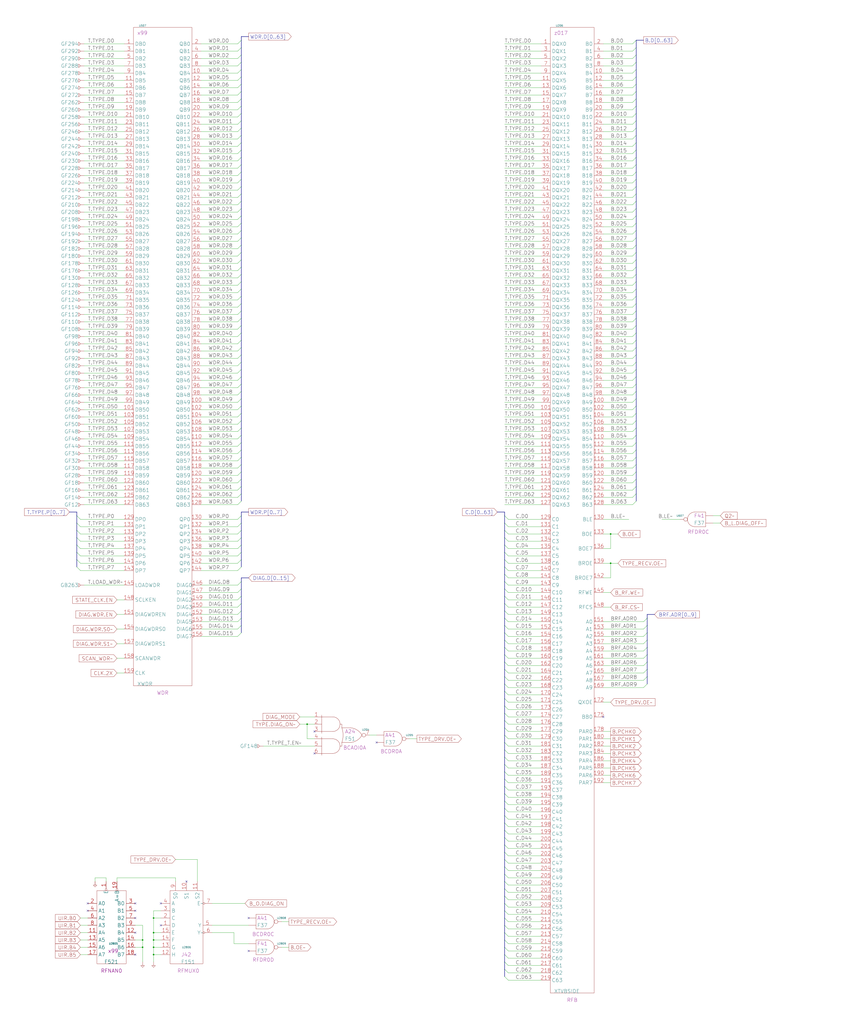
<source format=kicad_sch>
(kicad_sch (version 20230121) (generator eeschema)
  (paper "User" 584.2 711.2)
  (title_block (title "WRITE DATA REGISTER\\nREGISTER ARRAY") (date "15-MAR-90") (rev "1.0") (comment 1 "TYPE") (comment 2 "232-003062") (comment 3 "S400") (comment 4 "RELEASED"))
  (junction (at 106.68 657.86))
  (junction (at 99.06 657.86))
  (junction (at 106.68 662.94))
  (junction (at 99.06 652.78))
  (junction (at 213.36 502.92))
  (junction (at 424.18 391.16))
  (junction (at 106.68 637.54))
  (junction (at 106.68 652.78))
  (junction (at 424.18 370.84))
  (junction (at 106.68 647.7))
  (no_connect (at 93.98 662.94))
  (no_connect (at 93.98 632.46))
  (no_connect (at 60.96 632.46))
  (no_connect (at 111.76 642.62))
  (no_connect (at 93.98 637.54))
  (no_connect (at 93.98 647.7))
  (no_connect (at 419.1 497.84))
  (no_connect (at 172.72 660.4))
  (no_connect (at 261.62 515.62))
  (no_connect (at 218.44 523.24))
  (no_connect (at 172.72 637.54))
  (no_connect (at 218.44 508))
  (no_connect (at 129.54 612.14))
  (no_connect (at 93.98 627.38))
  (no_connect (at 60.96 627.38))
  (no_connect (at 111.76 627.38))
  (bus_entry (at 350.52 576.58) (size 2.54 2.54))
  (bus_entry (at 350.52 622.3) (size 2.54 2.54))
  (bus_entry (at 167.64 358.14) (size -2.54 2.54))
  (bus_entry (at 441.96 154.94) (size -2.54 2.54))
  (bus_entry (at 441.96 342.9) (size -2.54 2.54))
  (bus_entry (at 167.64 58.42) (size -2.54 2.54))
  (bus_entry (at 449.58 429.26) (size -2.54 2.54))
  (bus_entry (at 167.64 99.06) (size -2.54 2.54))
  (bus_entry (at 441.96 236.22) (size -2.54 2.54))
  (bus_entry (at 441.96 73.66) (size -2.54 2.54))
  (bus_entry (at 449.58 469.9) (size -2.54 2.54))
  (bus_entry (at 441.96 205.74) (size -2.54 2.54))
  (bus_entry (at 350.52 657.86) (size 2.54 2.54))
  (bus_entry (at 167.64 129.54) (size -2.54 2.54))
  (bus_entry (at 167.64 342.9) (size -2.54 2.54))
  (bus_entry (at 350.52 541.02) (size 2.54 2.54))
  (bus_entry (at 167.64 393.7) (size -2.54 2.54))
  (bus_entry (at 441.96 190.5) (size -2.54 2.54))
  (bus_entry (at 167.64 160.02) (size -2.54 2.54))
  (bus_entry (at 350.52 627.38) (size 2.54 2.54))
  (bus_entry (at 441.96 220.98) (size -2.54 2.54))
  (bus_entry (at 441.96 175.26) (size -2.54 2.54))
  (bus_entry (at 350.52 424.18) (size 2.54 2.54))
  (bus_entry (at 441.96 292.1) (size -2.54 2.54))
  (bus_entry (at 441.96 307.34) (size -2.54 2.54))
  (bus_entry (at 350.52 632.46) (size 2.54 2.54))
  (bus_entry (at 441.96 78.74) (size -2.54 2.54))
  (bus_entry (at 441.96 68.58) (size -2.54 2.54))
  (bus_entry (at 441.96 287.02) (size -2.54 2.54))
  (bus_entry (at 167.64 246.38) (size -2.54 2.54))
  (bus_entry (at 167.64 403.86) (size -2.54 2.54))
  (bus_entry (at 167.64 195.58) (size -2.54 2.54))
  (bus_entry (at 167.64 327.66) (size -2.54 2.54))
  (bus_entry (at 167.64 139.7) (size -2.54 2.54))
  (bus_entry (at 53.34 383.54) (size 2.54 2.54))
  (bus_entry (at 350.52 459.74) (size 2.54 2.54))
  (bus_entry (at 441.96 281.94) (size -2.54 2.54))
  (bus_entry (at 167.64 154.94) (size -2.54 2.54))
  (bus_entry (at 350.52 607.06) (size 2.54 2.54))
  (bus_entry (at 350.52 525.78) (size 2.54 2.54))
  (bus_entry (at 167.64 165.1) (size -2.54 2.54))
  (bus_entry (at 167.64 363.22) (size -2.54 2.54))
  (bus_entry (at 350.52 546.1) (size 2.54 2.54))
  (bus_entry (at 53.34 368.3) (size 2.54 2.54))
  (bus_entry (at 350.52 373.38) (size 2.54 2.54))
  (bus_entry (at 167.64 200.66) (size -2.54 2.54))
  (bus_entry (at 441.96 246.38) (size -2.54 2.54))
  (bus_entry (at 449.58 439.42) (size -2.54 2.54))
  (bus_entry (at 167.64 434.34) (size -2.54 2.54))
  (bus_entry (at 350.52 652.78) (size 2.54 2.54))
  (bus_entry (at 167.64 210.82) (size -2.54 2.54))
  (bus_entry (at 350.52 368.3) (size 2.54 2.54))
  (bus_entry (at 350.52 596.9) (size 2.54 2.54))
  (bus_entry (at 441.96 99.06) (size -2.54 2.54))
  (bus_entry (at 449.58 459.74) (size -2.54 2.54))
  (bus_entry (at 167.64 256.54) (size -2.54 2.54))
  (bus_entry (at 441.96 226.06) (size -2.54 2.54))
  (bus_entry (at 167.64 424.18) (size -2.54 2.54))
  (bus_entry (at 167.64 73.66) (size -2.54 2.54))
  (bus_entry (at 350.52 485.14) (size 2.54 2.54))
  (bus_entry (at 441.96 109.22) (size -2.54 2.54))
  (bus_entry (at 167.64 180.34) (size -2.54 2.54))
  (bus_entry (at 350.52 454.66) (size 2.54 2.54))
  (bus_entry (at 167.64 83.82) (size -2.54 2.54))
  (bus_entry (at 167.64 383.54) (size -2.54 2.54))
  (bus_entry (at 441.96 297.18) (size -2.54 2.54))
  (bus_entry (at 441.96 327.66) (size -2.54 2.54))
  (bus_entry (at 441.96 83.82) (size -2.54 2.54))
  (bus_entry (at 441.96 266.7) (size -2.54 2.54))
  (bus_entry (at 449.58 444.5) (size -2.54 2.54))
  (bus_entry (at 167.64 149.86) (size -2.54 2.54))
  (bus_entry (at 441.96 261.62) (size -2.54 2.54))
  (bus_entry (at 441.96 347.98) (size -2.54 2.54))
  (bus_entry (at 449.58 449.58) (size -2.54 2.54))
  (bus_entry (at 167.64 231.14) (size -2.54 2.54))
  (bus_entry (at 441.96 251.46) (size -2.54 2.54))
  (bus_entry (at 350.52 500.38) (size 2.54 2.54))
  (bus_entry (at 350.52 505.46) (size 2.54 2.54))
  (bus_entry (at 350.52 668.02) (size 2.54 2.54))
  (bus_entry (at 441.96 33.02) (size -2.54 2.54))
  (bus_entry (at 350.52 408.94) (size 2.54 2.54))
  (bus_entry (at 441.96 256.54) (size -2.54 2.54))
  (bus_entry (at 350.52 444.5) (size 2.54 2.54))
  (bus_entry (at 441.96 43.18) (size -2.54 2.54))
  (bus_entry (at 350.52 414.02) (size 2.54 2.54))
  (bus_entry (at 449.58 434.34) (size -2.54 2.54))
  (bus_entry (at 167.64 332.74) (size -2.54 2.54))
  (bus_entry (at 167.64 226.06) (size -2.54 2.54))
  (bus_entry (at 441.96 185.42) (size -2.54 2.54))
  (bus_entry (at 441.96 195.58) (size -2.54 2.54))
  (bus_entry (at 167.64 312.42) (size -2.54 2.54))
  (bus_entry (at 167.64 251.46) (size -2.54 2.54))
  (bus_entry (at 350.52 419.1) (size 2.54 2.54))
  (bus_entry (at 350.52 434.34) (size 2.54 2.54))
  (bus_entry (at 53.34 358.14) (size 2.54 2.54))
  (bus_entry (at 167.64 109.22) (size -2.54 2.54))
  (bus_entry (at 350.52 398.78) (size 2.54 2.54))
  (bus_entry (at 167.64 88.9) (size -2.54 2.54))
  (bus_entry (at 441.96 48.26) (size -2.54 2.54))
  (bus_entry (at 167.64 292.1) (size -2.54 2.54))
  (bus_entry (at 350.52 535.94) (size 2.54 2.54))
  (bus_entry (at 167.64 119.38) (size -2.54 2.54))
  (bus_entry (at 167.64 48.26) (size -2.54 2.54))
  (bus_entry (at 53.34 363.22) (size 2.54 2.54))
  (bus_entry (at 167.64 124.46) (size -2.54 2.54))
  (bus_entry (at 350.52 571.5) (size 2.54 2.54))
  (bus_entry (at 350.52 637.54) (size 2.54 2.54))
  (bus_entry (at 441.96 58.42) (size -2.54 2.54))
  (bus_entry (at 350.52 383.54) (size 2.54 2.54))
  (bus_entry (at 350.52 586.74) (size 2.54 2.54))
  (bus_entry (at 167.64 276.86) (size -2.54 2.54))
  (bus_entry (at 441.96 119.38) (size -2.54 2.54))
  (bus_entry (at 350.52 490.22) (size 2.54 2.54))
  (bus_entry (at 350.52 439.42) (size 2.54 2.54))
  (bus_entry (at 441.96 104.14) (size -2.54 2.54))
  (bus_entry (at 53.34 388.62) (size 2.54 2.54))
  (bus_entry (at 167.64 68.58) (size -2.54 2.54))
  (bus_entry (at 441.96 332.74) (size -2.54 2.54))
  (bus_entry (at 441.96 134.62) (size -2.54 2.54))
  (bus_entry (at 441.96 93.98) (size -2.54 2.54))
  (bus_entry (at 350.52 474.98) (size 2.54 2.54))
  (bus_entry (at 350.52 449.58) (size 2.54 2.54))
  (bus_entry (at 441.96 170.18) (size -2.54 2.54))
  (bus_entry (at 167.64 373.38) (size -2.54 2.54))
  (bus_entry (at 449.58 464.82) (size -2.54 2.54))
  (bus_entry (at 167.64 337.82) (size -2.54 2.54))
  (bus_entry (at 167.64 322.58) (size -2.54 2.54))
  (bus_entry (at 441.96 139.7) (size -2.54 2.54))
  (bus_entry (at 441.96 241.3) (size -2.54 2.54))
  (bus_entry (at 167.64 307.34) (size -2.54 2.54))
  (bus_entry (at 167.64 236.22) (size -2.54 2.54))
  (bus_entry (at 350.52 515.62) (size 2.54 2.54))
  (bus_entry (at 167.64 38.1) (size -2.54 2.54))
  (bus_entry (at 167.64 104.14) (size -2.54 2.54))
  (bus_entry (at 53.34 378.46) (size 2.54 2.54))
  (bus_entry (at 350.52 429.26) (size 2.54 2.54))
  (bus_entry (at 167.64 266.7) (size -2.54 2.54))
  (bus_entry (at 167.64 287.02) (size -2.54 2.54))
  (bus_entry (at 441.96 215.9) (size -2.54 2.54))
  (bus_entry (at 441.96 165.1) (size -2.54 2.54))
  (bus_entry (at 167.64 93.98) (size -2.54 2.54))
  (bus_entry (at 167.64 33.02) (size -2.54 2.54))
  (bus_entry (at 167.64 414.02) (size -2.54 2.54))
  (bus_entry (at 167.64 281.94) (size -2.54 2.54))
  (bus_entry (at 167.64 302.26) (size -2.54 2.54))
  (bus_entry (at 350.52 393.7) (size 2.54 2.54))
  (bus_entry (at 167.64 144.78) (size -2.54 2.54))
  (bus_entry (at 167.64 114.3) (size -2.54 2.54))
  (bus_entry (at 441.96 302.26) (size -2.54 2.54))
  (bus_entry (at 441.96 114.3) (size -2.54 2.54))
  (bus_entry (at 167.64 43.18) (size -2.54 2.54))
  (bus_entry (at 350.52 403.86) (size 2.54 2.54))
  (bus_entry (at 167.64 175.26) (size -2.54 2.54))
  (bus_entry (at 441.96 322.58) (size -2.54 2.54))
  (bus_entry (at 441.96 144.78) (size -2.54 2.54))
  (bus_entry (at 350.52 388.62) (size 2.54 2.54))
  (bus_entry (at 167.64 271.78) (size -2.54 2.54))
  (bus_entry (at 441.96 180.34) (size -2.54 2.54))
  (bus_entry (at 350.52 464.82) (size 2.54 2.54))
  (bus_entry (at 441.96 312.42) (size -2.54 2.54))
  (bus_entry (at 53.34 393.7) (size 2.54 2.54))
  (bus_entry (at 441.96 317.5) (size -2.54 2.54))
  (bus_entry (at 350.52 647.7) (size 2.54 2.54))
  (bus_entry (at 441.96 276.86) (size -2.54 2.54))
  (bus_entry (at 167.64 63.5) (size -2.54 2.54))
  (bus_entry (at 441.96 160.02) (size -2.54 2.54))
  (bus_entry (at 167.64 429.26) (size -2.54 2.54))
  (bus_entry (at 350.52 566.42) (size 2.54 2.54))
  (bus_entry (at 167.64 317.5) (size -2.54 2.54))
  (bus_entry (at 167.64 190.5) (size -2.54 2.54))
  (bus_entry (at 167.64 170.18) (size -2.54 2.54))
  (bus_entry (at 350.52 601.98) (size 2.54 2.54))
  (bus_entry (at 167.64 185.42) (size -2.54 2.54))
  (bus_entry (at 441.96 231.14) (size -2.54 2.54))
  (bus_entry (at 441.96 149.86) (size -2.54 2.54))
  (bus_entry (at 441.96 53.34) (size -2.54 2.54))
  (bus_entry (at 167.64 205.74) (size -2.54 2.54))
  (bus_entry (at 350.52 358.14) (size 2.54 2.54))
  (bus_entry (at 167.64 368.3) (size -2.54 2.54))
  (bus_entry (at 441.96 38.1) (size -2.54 2.54))
  (bus_entry (at 350.52 678.18) (size 2.54 2.54))
  (bus_entry (at 167.64 419.1) (size -2.54 2.54))
  (bus_entry (at 441.96 129.54) (size -2.54 2.54))
  (bus_entry (at 167.64 27.94) (size -2.54 2.54))
  (bus_entry (at 350.52 561.34) (size 2.54 2.54))
  (bus_entry (at 167.64 261.62) (size -2.54 2.54))
  (bus_entry (at 441.96 88.9) (size -2.54 2.54))
  (bus_entry (at 350.52 510.54) (size 2.54 2.54))
  (bus_entry (at 350.52 378.46) (size 2.54 2.54))
  (bus_entry (at 350.52 556.26) (size 2.54 2.54))
  (bus_entry (at 449.58 474.98) (size -2.54 2.54))
  (bus_entry (at 350.52 581.66) (size 2.54 2.54))
  (bus_entry (at 167.64 241.3) (size -2.54 2.54))
  (bus_entry (at 167.64 347.98) (size -2.54 2.54))
  (bus_entry (at 350.52 591.82) (size 2.54 2.54))
  (bus_entry (at 449.58 454.66) (size -2.54 2.54))
  (bus_entry (at 350.52 642.62) (size 2.54 2.54))
  (bus_entry (at 350.52 530.86) (size 2.54 2.54))
  (bus_entry (at 167.64 297.18) (size -2.54 2.54))
  (bus_entry (at 441.96 63.5) (size -2.54 2.54))
  (bus_entry (at 350.52 520.7) (size 2.54 2.54))
  (bus_entry (at 350.52 673.1) (size 2.54 2.54))
  (bus_entry (at 441.96 200.66) (size -2.54 2.54))
  (bus_entry (at 167.64 378.46) (size -2.54 2.54))
  (bus_entry (at 350.52 617.22) (size 2.54 2.54))
  (bus_entry (at 167.64 78.74) (size -2.54 2.54))
  (bus_entry (at 350.52 495.3) (size 2.54 2.54))
  (bus_entry (at 350.52 469.9) (size 2.54 2.54))
  (bus_entry (at 167.64 439.42) (size -2.54 2.54))
  (bus_entry (at 167.64 408.94) (size -2.54 2.54))
  (bus_entry (at 350.52 480.06) (size 2.54 2.54))
  (bus_entry (at 441.96 337.82) (size -2.54 2.54))
  (bus_entry (at 167.64 388.62) (size -2.54 2.54))
  (bus_entry (at 441.96 271.78) (size -2.54 2.54))
  (bus_entry (at 167.64 134.62) (size -2.54 2.54))
  (bus_entry (at 350.52 612.14) (size 2.54 2.54))
  (bus_entry (at 350.52 363.22) (size 2.54 2.54))
  (bus_entry (at 441.96 124.46) (size -2.54 2.54))
  (bus_entry (at 167.64 53.34) (size -2.54 2.54))
  (bus_entry (at 350.52 551.18) (size 2.54 2.54))
  (bus_entry (at 441.96 27.94) (size -2.54 2.54))
  (bus_entry (at 167.64 220.98) (size -2.54 2.54))
  (bus_entry (at 167.64 215.9) (size -2.54 2.54))
  (bus_entry (at 350.52 662.94) (size 2.54 2.54))
  (bus_entry (at 441.96 210.82) (size -2.54 2.54))
  (bus_entry (at 53.34 373.38) (size 2.54 2.54))
  (bus (pts (xy 441.96 139.7) (xy 441.96 144.78)))
  (bus (pts (xy 449.58 464.82) (xy 449.58 469.9)))
  (wire (pts (xy 99.06 642.62) (xy 99.06 652.78)))
  (wire (pts (xy 139.7 198.12) (xy 165.1 198.12)))
  (bus (pts (xy 441.96 302.26) (xy 441.96 307.34)))
  (bus (pts (xy 441.96 134.62) (xy 441.96 139.7)))
  (bus (pts (xy 441.96 220.98) (xy 441.96 226.06)))
  (wire (pts (xy 139.7 106.68) (xy 165.1 106.68)))
  (wire (pts (xy 375.92 629.92) (xy 353.06 629.92)))
  (bus (pts (xy 167.64 332.74) (xy 167.64 337.82)))
  (bus (pts (xy 441.96 114.3) (xy 441.96 119.38)))
  (wire (pts (xy 58.42 274.32) (xy 86.36 274.32)))
  (wire (pts (xy 375.92 365.76) (xy 353.06 365.76)))
  (wire (pts (xy 375.92 502.92) (xy 353.06 502.92)))
  (bus (pts (xy 350.52 459.74) (xy 350.52 464.82)))
  (bus (pts (xy 350.52 444.5) (xy 350.52 449.58)))
  (bus (pts (xy 350.52 510.54) (xy 350.52 515.62)))
  (wire (pts (xy 139.7 421.64) (xy 165.1 421.64)))
  (wire (pts (xy 66.04 609.6) (xy 73.66 609.6)))
  (wire (pts (xy 106.68 647.7) (xy 106.68 652.78)))
  (wire (pts (xy 375.92 401.32) (xy 353.06 401.32)))
  (wire (pts (xy 139.7 157.48) (xy 165.1 157.48)))
  (wire (pts (xy 375.92 563.88) (xy 353.06 563.88)))
  (wire (pts (xy 375.92 675.64) (xy 353.06 675.64)))
  (bus (pts (xy 167.64 99.06) (xy 167.64 93.98)))
  (wire (pts (xy 139.7 40.64) (xy 165.1 40.64)))
  (wire (pts (xy 106.68 662.94) (xy 111.76 662.94)))
  (wire (pts (xy 139.7 416.56) (xy 165.1 416.56)))
  (wire (pts (xy 419.1 111.76) (xy 439.42 111.76)))
  (wire (pts (xy 58.42 228.6) (xy 86.36 228.6)))
  (wire (pts (xy 419.1 35.56) (xy 439.42 35.56)))
  (bus (pts (xy 350.52 546.1) (xy 350.52 551.18)))
  (wire (pts (xy 350.52 248.92) (xy 375.92 248.92)))
  (wire (pts (xy 58.42 127) (xy 86.36 127)))
  (bus (pts (xy 350.52 383.54) (xy 350.52 388.62)))
  (bus (pts (xy 167.64 355.6) (xy 172.72 355.6)))
  (bus (pts (xy 441.96 312.42) (xy 441.96 317.5)))
  (wire (pts (xy 139.7 279.4) (xy 165.1 279.4)))
  (bus (pts (xy 350.52 612.14) (xy 350.52 617.22)))
  (wire (pts (xy 350.52 40.64) (xy 375.92 40.64)))
  (wire (pts (xy 58.42 71.12) (xy 86.36 71.12)))
  (bus (pts (xy 167.64 358.14) (xy 167.64 355.6)))
  (wire (pts (xy 137.16 596.9) (xy 137.16 612.14)))
  (wire (pts (xy 350.52 91.44) (xy 375.92 91.44)))
  (bus (pts (xy 441.96 261.62) (xy 441.96 266.7)))
  (wire (pts (xy 58.42 320.04) (xy 86.36 320.04)))
  (wire (pts (xy 375.92 548.64) (xy 353.06 548.64)))
  (bus (pts (xy 167.64 43.18) (xy 167.64 48.26)))
  (bus (pts (xy 167.64 210.82) (xy 167.64 215.9)))
  (wire (pts (xy 419.1 132.08) (xy 439.42 132.08)))
  (bus (pts (xy 441.96 215.9) (xy 441.96 220.98)))
  (wire (pts (xy 350.52 254) (xy 375.92 254)))
  (wire (pts (xy 375.92 589.28) (xy 353.06 589.28)))
  (wire (pts (xy 55.88 662.94) (xy 60.96 662.94)))
  (bus (pts (xy 350.52 449.58) (xy 350.52 454.66)))
  (bus (pts (xy 167.64 251.46) (xy 167.64 246.38)))
  (wire (pts (xy 350.52 45.72) (xy 375.92 45.72)))
  (wire (pts (xy 139.7 177.8) (xy 165.1 177.8)))
  (wire (pts (xy 139.7 335.28) (xy 165.1 335.28)))
  (bus (pts (xy 167.64 261.62) (xy 167.64 256.54)))
  (bus (pts (xy 441.96 93.98) (xy 441.96 99.06)))
  (bus (pts (xy 441.96 43.18) (xy 441.96 48.26)))
  (bus (pts (xy 167.64 58.42) (xy 167.64 63.5)))
  (wire (pts (xy 58.42 121.92) (xy 86.36 121.92)))
  (wire (pts (xy 375.92 467.36) (xy 353.06 467.36)))
  (bus (pts (xy 350.52 591.82) (xy 350.52 596.9)))
  (wire (pts (xy 58.42 213.36) (xy 86.36 213.36)))
  (wire (pts (xy 350.52 187.96) (xy 375.92 187.96)))
  (wire (pts (xy 375.92 457.2) (xy 353.06 457.2)))
  (bus (pts (xy 350.52 398.78) (xy 350.52 403.86)))
  (wire (pts (xy 419.1 147.32) (xy 439.42 147.32)))
  (bus (pts (xy 167.64 114.3) (xy 167.64 109.22)))
  (wire (pts (xy 350.52 127) (xy 375.92 127)))
  (bus (pts (xy 167.64 414.02) (xy 167.64 419.1)))
  (wire (pts (xy 419.1 172.72) (xy 439.42 172.72)))
  (bus (pts (xy 441.96 342.9) (xy 441.96 347.98)))
  (wire (pts (xy 419.1 259.08) (xy 439.42 259.08)))
  (bus (pts (xy 441.96 33.02) (xy 441.96 38.1)))
  (wire (pts (xy 375.92 396.24) (xy 353.06 396.24)))
  (wire (pts (xy 419.1 335.28) (xy 439.42 335.28)))
  (wire (pts (xy 58.42 111.76) (xy 86.36 111.76)))
  (wire (pts (xy 58.42 106.68) (xy 86.36 106.68)))
  (wire (pts (xy 419.1 223.52) (xy 439.42 223.52)))
  (bus (pts (xy 441.96 38.1) (xy 441.96 43.18)))
  (wire (pts (xy 55.88 365.76) (xy 86.36 365.76)))
  (bus (pts (xy 441.96 317.5) (xy 441.96 322.58)))
  (wire (pts (xy 93.98 657.86) (xy 99.06 657.86)))
  (bus (pts (xy 167.64 83.82) (xy 167.64 88.9)))
  (wire (pts (xy 106.68 657.86) (xy 106.68 662.94)))
  (wire (pts (xy 139.7 264.16) (xy 165.1 264.16)))
  (wire (pts (xy 375.92 523.24) (xy 353.06 523.24)))
  (wire (pts (xy 350.52 314.96) (xy 375.92 314.96)))
  (wire (pts (xy 419.1 284.48) (xy 439.42 284.48)))
  (bus (pts (xy 350.52 439.42) (xy 350.52 444.5)))
  (bus (pts (xy 441.96 332.74) (xy 441.96 337.82)))
  (wire (pts (xy 139.7 193.04) (xy 165.1 193.04)))
  (wire (pts (xy 139.7 340.36) (xy 165.1 340.36)))
  (bus (pts (xy 350.52 530.86) (xy 350.52 535.94)))
  (wire (pts (xy 162.56 647.7) (xy 147.32 647.7)))
  (bus (pts (xy 167.64 134.62) (xy 167.64 129.54)))
  (bus (pts (xy 350.52 535.94) (xy 350.52 541.02)))
  (wire (pts (xy 139.7 203.2) (xy 165.1 203.2)))
  (wire (pts (xy 375.92 624.84) (xy 353.06 624.84)))
  (wire (pts (xy 375.92 411.48) (xy 353.06 411.48)))
  (wire (pts (xy 139.7 375.92) (xy 165.1 375.92)))
  (wire (pts (xy 375.92 670.56) (xy 353.06 670.56)))
  (bus (pts (xy 167.64 104.14) (xy 167.64 99.06)))
  (wire (pts (xy 139.7 132.08) (xy 165.1 132.08)))
  (bus (pts (xy 449.58 439.42) (xy 449.58 444.5)))
  (wire (pts (xy 424.18 381) (xy 424.18 370.84)))
  (wire (pts (xy 375.92 492.76) (xy 353.06 492.76)))
  (wire (pts (xy 350.52 309.88) (xy 375.92 309.88)))
  (bus (pts (xy 441.96 322.58) (xy 441.96 327.66)))
  (bus (pts (xy 441.96 231.14) (xy 441.96 236.22)))
  (wire (pts (xy 419.1 381) (xy 424.18 381)))
  (bus (pts (xy 350.52 551.18) (xy 350.52 556.26)))
  (wire (pts (xy 375.92 360.68) (xy 353.06 360.68)))
  (bus (pts (xy 350.52 495.3) (xy 350.52 500.38)))
  (wire (pts (xy 58.42 314.96) (xy 86.36 314.96)))
  (bus (pts (xy 350.52 490.22) (xy 350.52 495.3)))
  (bus (pts (xy 350.52 657.86) (xy 350.52 662.94)))
  (wire (pts (xy 58.42 279.4) (xy 86.36 279.4)))
  (wire (pts (xy 58.42 345.44) (xy 86.36 345.44)))
  (wire (pts (xy 162.56 655.32) (xy 162.56 647.7)))
  (wire (pts (xy 99.06 652.78) (xy 99.06 657.86)))
  (wire (pts (xy 139.7 304.8) (xy 165.1 304.8)))
  (wire (pts (xy 447.04 452.12) (xy 419.1 452.12)))
  (wire (pts (xy 147.32 627.38) (xy 170.18 627.38)))
  (wire (pts (xy 375.92 452.12) (xy 353.06 452.12)))
  (wire (pts (xy 419.1 142.24) (xy 439.42 142.24)))
  (bus (pts (xy 350.52 373.38) (xy 350.52 378.46)))
  (wire (pts (xy 350.52 243.84) (xy 375.92 243.84)))
  (bus (pts (xy 449.58 426.72) (xy 449.58 429.26)))
  (wire (pts (xy 58.42 162.56) (xy 86.36 162.56)))
  (wire (pts (xy 139.7 142.24) (xy 165.1 142.24)))
  (wire (pts (xy 447.04 462.28) (xy 419.1 462.28)))
  (wire (pts (xy 93.98 652.78) (xy 99.06 652.78)))
  (wire (pts (xy 447.04 477.52) (xy 419.1 477.52)))
  (wire (pts (xy 447.04 472.44) (xy 419.1 472.44)))
  (wire (pts (xy 139.7 325.12) (xy 165.1 325.12)))
  (wire (pts (xy 419.1 487.68) (xy 424.18 487.68)))
  (wire (pts (xy 419.1 198.12) (xy 439.42 198.12)))
  (wire (pts (xy 447.04 436.88) (xy 419.1 436.88)))
  (bus (pts (xy 441.96 190.5) (xy 441.96 195.58)))
  (bus (pts (xy 167.64 165.1) (xy 167.64 170.18)))
  (wire (pts (xy 208.28 497.84) (xy 218.44 497.84)))
  (wire (pts (xy 139.7 76.2) (xy 165.1 76.2)))
  (wire (pts (xy 350.52 132.08) (xy 375.92 132.08)))
  (wire (pts (xy 121.92 612.14) (xy 121.92 609.6)))
  (wire (pts (xy 375.92 635) (xy 353.06 635)))
  (wire (pts (xy 58.42 167.64) (xy 86.36 167.64)))
  (wire (pts (xy 58.42 30.48) (xy 86.36 30.48)))
  (wire (pts (xy 213.36 513.08) (xy 218.44 513.08)))
  (wire (pts (xy 58.42 45.72) (xy 86.36 45.72)))
  (bus (pts (xy 441.96 104.14) (xy 441.96 109.22)))
  (bus (pts (xy 167.64 205.74) (xy 167.64 210.82)))
  (wire (pts (xy 350.52 218.44) (xy 375.92 218.44)))
  (wire (pts (xy 58.42 330.2) (xy 86.36 330.2)))
  (wire (pts (xy 256.54 510.54) (xy 261.62 510.54)))
  (wire (pts (xy 55.88 386.08) (xy 86.36 386.08)))
  (wire (pts (xy 419.1 518.16) (xy 424.18 518.16)))
  (wire (pts (xy 139.7 208.28) (xy 165.1 208.28)))
  (wire (pts (xy 350.52 182.88) (xy 375.92 182.88)))
  (wire (pts (xy 350.52 137.16) (xy 375.92 137.16)))
  (wire (pts (xy 419.1 116.84) (xy 439.42 116.84)))
  (bus (pts (xy 350.52 393.7) (xy 350.52 398.78)))
  (wire (pts (xy 139.7 360.68) (xy 165.1 360.68)))
  (bus (pts (xy 350.52 622.3) (xy 350.52 627.38)))
  (wire (pts (xy 139.7 60.96) (xy 165.1 60.96)))
  (bus (pts (xy 441.96 124.46) (xy 441.96 129.54)))
  (bus (pts (xy 350.52 637.54) (xy 350.52 642.62)))
  (bus (pts (xy 350.52 556.26) (xy 350.52 561.34)))
  (bus (pts (xy 449.58 444.5) (xy 449.58 449.58)))
  (wire (pts (xy 419.1 304.8) (xy 439.42 304.8)))
  (bus (pts (xy 167.64 322.58) (xy 167.64 317.5)))
  (bus (pts (xy 441.96 99.06) (xy 441.96 104.14)))
  (bus (pts (xy 350.52 368.3) (xy 350.52 373.38)))
  (bus (pts (xy 441.96 78.74) (xy 441.96 83.82)))
  (wire (pts (xy 81.28 612.14) (xy 81.28 609.6)))
  (wire (pts (xy 419.1 360.68) (xy 436.88 360.68)))
  (wire (pts (xy 424.18 370.84) (xy 429.26 370.84)))
  (wire (pts (xy 139.7 35.56) (xy 165.1 35.56)))
  (bus (pts (xy 167.64 388.62) (xy 167.64 383.54)))
  (wire (pts (xy 350.52 30.48) (xy 375.92 30.48)))
  (bus (pts (xy 167.64 124.46) (xy 167.64 119.38)))
  (bus (pts (xy 48.26 355.6) (xy 53.34 355.6)))
  (bus (pts (xy 441.96 109.22) (xy 441.96 114.3)))
  (wire (pts (xy 350.52 238.76) (xy 375.92 238.76)))
  (wire (pts (xy 284.48 513.08) (xy 289.56 513.08)))
  (bus (pts (xy 167.64 129.54) (xy 167.64 124.46)))
  (bus (pts (xy 167.64 241.3) (xy 167.64 236.22)))
  (bus (pts (xy 350.52 586.74) (xy 350.52 591.82)))
  (bus (pts (xy 53.34 363.22) (xy 53.34 368.3)))
  (wire (pts (xy 419.1 208.28) (xy 439.42 208.28)))
  (wire (pts (xy 350.52 269.24) (xy 375.92 269.24)))
  (bus (pts (xy 441.96 63.5) (xy 441.96 68.58)))
  (bus (pts (xy 350.52 581.66) (xy 350.52 586.74)))
  (wire (pts (xy 350.52 162.56) (xy 375.92 162.56)))
  (wire (pts (xy 419.1 543.56) (xy 424.18 543.56)))
  (wire (pts (xy 139.7 162.56) (xy 165.1 162.56)))
  (wire (pts (xy 106.68 652.78) (xy 111.76 652.78)))
  (bus (pts (xy 167.64 403.86) (xy 167.64 408.94)))
  (wire (pts (xy 419.1 187.96) (xy 439.42 187.96)))
  (wire (pts (xy 375.92 584.2) (xy 353.06 584.2)))
  (wire (pts (xy 58.42 182.88) (xy 86.36 182.88)))
  (bus (pts (xy 350.52 571.5) (xy 350.52 576.58)))
  (bus (pts (xy 167.64 302.26) (xy 167.64 307.34)))
  (bus (pts (xy 350.52 520.7) (xy 350.52 525.78)))
  (wire (pts (xy 419.1 411.48) (xy 424.18 411.48)))
  (wire (pts (xy 139.7 406.4) (xy 165.1 406.4)))
  (wire (pts (xy 375.92 421.64) (xy 353.06 421.64)))
  (wire (pts (xy 139.7 274.32) (xy 165.1 274.32)))
  (bus (pts (xy 167.64 104.14) (xy 167.64 109.22)))
  (wire (pts (xy 350.52 345.44) (xy 375.92 345.44)))
  (wire (pts (xy 58.42 340.36) (xy 86.36 340.36)))
  (wire (pts (xy 139.7 370.84) (xy 165.1 370.84)))
  (wire (pts (xy 58.42 218.44) (xy 86.36 218.44)))
  (wire (pts (xy 111.76 632.46) (xy 106.68 632.46)))
  (bus (pts (xy 167.64 317.5) (xy 167.64 312.42)))
  (wire (pts (xy 139.7 187.96) (xy 165.1 187.96)))
  (bus (pts (xy 441.96 160.02) (xy 441.96 165.1)))
  (wire (pts (xy 139.7 45.72) (xy 165.1 45.72)))
  (bus (pts (xy 350.52 454.66) (xy 350.52 459.74)))
  (wire (pts (xy 55.88 657.86) (xy 60.96 657.86)))
  (wire (pts (xy 139.7 55.88) (xy 165.1 55.88)))
  (bus (pts (xy 167.64 434.34) (xy 167.64 439.42)))
  (wire (pts (xy 375.92 518.16) (xy 353.06 518.16)))
  (wire (pts (xy 350.52 147.32) (xy 375.92 147.32)))
  (wire (pts (xy 419.1 320.04) (xy 439.42 320.04)))
  (wire (pts (xy 350.52 66.04) (xy 375.92 66.04)))
  (wire (pts (xy 350.52 350.52) (xy 375.92 350.52)))
  (wire (pts (xy 419.1 71.12) (xy 439.42 71.12)))
  (wire (pts (xy 375.92 386.08) (xy 353.06 386.08)))
  (wire (pts (xy 350.52 50.8) (xy 375.92 50.8)))
  (wire (pts (xy 139.7 86.36) (xy 165.1 86.36)))
  (wire (pts (xy 106.68 637.54) (xy 111.76 637.54)))
  (wire (pts (xy 139.7 248.92) (xy 165.1 248.92)))
  (bus (pts (xy 167.64 27.94) (xy 167.64 33.02)))
  (wire (pts (xy 419.1 269.24) (xy 439.42 269.24)))
  (wire (pts (xy 419.1 391.16) (xy 424.18 391.16)))
  (bus (pts (xy 167.64 185.42) (xy 167.64 190.5)))
  (wire (pts (xy 375.92 655.32) (xy 353.06 655.32)))
  (wire (pts (xy 350.52 35.56) (xy 375.92 35.56)))
  (wire (pts (xy 139.7 345.44) (xy 165.1 345.44)))
  (wire (pts (xy 58.42 101.6) (xy 86.36 101.6)))
  (wire (pts (xy 208.28 502.92) (xy 213.36 502.92)))
  (wire (pts (xy 419.1 314.96) (xy 439.42 314.96)))
  (bus (pts (xy 441.96 53.34) (xy 441.96 58.42)))
  (bus (pts (xy 350.52 424.18) (xy 350.52 429.26)))
  (wire (pts (xy 213.36 502.92) (xy 218.44 502.92)))
  (wire (pts (xy 58.42 233.68) (xy 86.36 233.68)))
  (wire (pts (xy 375.92 436.88) (xy 353.06 436.88)))
  (wire (pts (xy 350.52 106.68) (xy 375.92 106.68)))
  (bus (pts (xy 350.52 632.46) (xy 350.52 637.54)))
  (wire (pts (xy 139.7 314.96) (xy 165.1 314.96)))
  (wire (pts (xy 375.92 447.04) (xy 353.06 447.04)))
  (wire (pts (xy 55.88 396.24) (xy 86.36 396.24)))
  (wire (pts (xy 350.52 193.04) (xy 375.92 193.04)))
  (wire (pts (xy 447.04 467.36) (xy 419.1 467.36)))
  (wire (pts (xy 350.52 55.88) (xy 375.92 55.88)))
  (wire (pts (xy 139.7 152.4) (xy 165.1 152.4)))
  (wire (pts (xy 58.42 325.12) (xy 86.36 325.12)))
  (wire (pts (xy 419.1 167.64) (xy 439.42 167.64)))
  (bus (pts (xy 441.96 58.42) (xy 441.96 63.5)))
  (wire (pts (xy 139.7 381) (xy 165.1 381)))
  (wire (pts (xy 419.1 152.4) (xy 439.42 152.4)))
  (wire (pts (xy 58.42 50.8) (xy 86.36 50.8)))
  (wire (pts (xy 419.1 60.96) (xy 439.42 60.96)))
  (wire (pts (xy 121.92 596.9) (xy 137.16 596.9)))
  (wire (pts (xy 350.52 71.12) (xy 375.92 71.12)))
  (wire (pts (xy 375.92 370.84) (xy 353.06 370.84)))
  (wire (pts (xy 419.1 238.76) (xy 439.42 238.76)))
  (wire (pts (xy 58.42 91.44) (xy 86.36 91.44)))
  (wire (pts (xy 419.1 66.04) (xy 439.42 66.04)))
  (wire (pts (xy 139.7 411.48) (xy 165.1 411.48)))
  (bus (pts (xy 167.64 347.98) (xy 167.64 342.9)))
  (wire (pts (xy 58.42 304.8) (xy 86.36 304.8)))
  (wire (pts (xy 58.42 309.88) (xy 86.36 309.88)))
  (wire (pts (xy 419.1 228.6) (xy 439.42 228.6)))
  (bus (pts (xy 441.96 129.54) (xy 441.96 134.62)))
  (wire (pts (xy 375.92 508) (xy 353.06 508)))
  (wire (pts (xy 447.04 457.2) (xy 419.1 457.2)))
  (bus (pts (xy 350.52 403.86) (xy 350.52 408.94)))
  (wire (pts (xy 350.52 320.04) (xy 375.92 320.04)))
  (bus (pts (xy 350.52 662.94) (xy 350.52 668.02)))
  (bus (pts (xy 350.52 642.62) (xy 350.52 647.7)))
  (wire (pts (xy 81.28 457.2) (xy 86.36 457.2)))
  (wire (pts (xy 419.1 340.36) (xy 439.42 340.36)))
  (wire (pts (xy 419.1 30.48) (xy 439.42 30.48)))
  (wire (pts (xy 350.52 121.92) (xy 375.92 121.92)))
  (bus (pts (xy 441.96 271.78) (xy 441.96 276.86)))
  (wire (pts (xy 139.7 182.88) (xy 165.1 182.88)))
  (wire (pts (xy 350.52 116.84) (xy 375.92 116.84)))
  (wire (pts (xy 81.28 416.56) (xy 86.36 416.56)))
  (bus (pts (xy 441.96 68.58) (xy 441.96 73.66)))
  (bus (pts (xy 441.96 73.66) (xy 441.96 78.74)))
  (wire (pts (xy 58.42 76.2) (xy 86.36 76.2)))
  (wire (pts (xy 55.88 375.92) (xy 86.36 375.92)))
  (bus (pts (xy 167.64 53.34) (xy 167.64 58.42)))
  (wire (pts (xy 147.32 642.62) (xy 172.72 642.62)))
  (bus (pts (xy 350.52 601.98) (xy 350.52 607.06)))
  (wire (pts (xy 419.1 50.8) (xy 439.42 50.8)))
  (bus (pts (xy 167.64 180.34) (xy 167.64 185.42)))
  (bus (pts (xy 350.52 515.62) (xy 350.52 520.7)))
  (bus (pts (xy 350.52 652.78) (xy 350.52 657.86)))
  (wire (pts (xy 350.52 279.4) (xy 375.92 279.4)))
  (wire (pts (xy 419.1 127) (xy 439.42 127)))
  (bus (pts (xy 167.64 63.5) (xy 167.64 68.58)))
  (wire (pts (xy 106.68 652.78) (xy 106.68 657.86)))
  (wire (pts (xy 419.1 243.84) (xy 439.42 243.84)))
  (bus (pts (xy 441.96 180.34) (xy 441.96 185.42)))
  (bus (pts (xy 441.96 307.34) (xy 441.96 312.42)))
  (wire (pts (xy 350.52 284.48) (xy 375.92 284.48)))
  (wire (pts (xy 419.1 76.2) (xy 439.42 76.2)))
  (wire (pts (xy 375.92 416.56) (xy 353.06 416.56)))
  (bus (pts (xy 167.64 88.9) (xy 167.64 93.98)))
  (bus (pts (xy 167.64 276.86) (xy 167.64 271.78)))
  (wire (pts (xy 139.7 284.48) (xy 165.1 284.48)))
  (bus (pts (xy 350.52 566.42) (xy 350.52 571.5)))
  (bus (pts (xy 167.64 266.7) (xy 167.64 261.62)))
  (wire (pts (xy 375.92 645.16) (xy 353.06 645.16)))
  (bus (pts (xy 167.64 220.98) (xy 167.64 226.06)))
  (bus (pts (xy 167.64 195.58) (xy 167.64 200.66)))
  (wire (pts (xy 424.18 401.32) (xy 424.18 391.16)))
  (bus (pts (xy 167.64 170.18) (xy 167.64 175.26)))
  (wire (pts (xy 58.42 116.84) (xy 86.36 116.84)))
  (wire (pts (xy 58.42 81.28) (xy 86.36 81.28)))
  (wire (pts (xy 58.42 40.64) (xy 86.36 40.64)))
  (bus (pts (xy 441.96 165.1) (xy 441.96 170.18)))
  (bus (pts (xy 167.64 226.06) (xy 167.64 231.14)))
  (bus (pts (xy 167.64 144.78) (xy 167.64 139.7)))
  (wire (pts (xy 55.88 642.62) (xy 60.96 642.62)))
  (bus (pts (xy 53.34 358.14) (xy 53.34 363.22)))
  (wire (pts (xy 350.52 198.12) (xy 375.92 198.12)))
  (bus (pts (xy 350.52 541.02) (xy 350.52 546.1)))
  (wire (pts (xy 419.1 137.16) (xy 439.42 137.16)))
  (wire (pts (xy 419.1 325.12) (xy 439.42 325.12)))
  (wire (pts (xy 419.1 177.8) (xy 439.42 177.8)))
  (wire (pts (xy 81.28 426.72) (xy 86.36 426.72)))
  (bus (pts (xy 167.64 144.78) (xy 167.64 149.86)))
  (bus (pts (xy 449.58 459.74) (xy 449.58 464.82)))
  (wire (pts (xy 375.92 381) (xy 353.06 381)))
  (wire (pts (xy 350.52 233.68) (xy 375.92 233.68)))
  (wire (pts (xy 375.92 538.48) (xy 353.06 538.48)))
  (wire (pts (xy 139.7 172.72) (xy 165.1 172.72)))
  (wire (pts (xy 419.1 86.36) (xy 439.42 86.36)))
  (wire (pts (xy 419.1 213.36) (xy 439.42 213.36)))
  (wire (pts (xy 182.88 518.16) (xy 218.44 518.16)))
  (wire (pts (xy 139.7 350.52) (xy 165.1 350.52)))
  (bus (pts (xy 53.34 368.3) (xy 53.34 373.38)))
  (wire (pts (xy 139.7 426.72) (xy 165.1 426.72)))
  (wire (pts (xy 139.7 233.68) (xy 165.1 233.68)))
  (wire (pts (xy 419.1 538.48) (xy 424.18 538.48)))
  (wire (pts (xy 139.7 66.04) (xy 165.1 66.04)))
  (bus (pts (xy 441.96 88.9) (xy 441.96 93.98)))
  (wire (pts (xy 419.1 289.56) (xy 439.42 289.56)))
  (bus (pts (xy 350.52 388.62) (xy 350.52 393.7)))
  (bus (pts (xy 167.64 236.22) (xy 167.64 231.14)))
  (wire (pts (xy 58.42 157.48) (xy 86.36 157.48)))
  (bus (pts (xy 167.64 401.32) (xy 172.72 401.32)))
  (bus (pts (xy 350.52 378.46) (xy 350.52 383.54)))
  (wire (pts (xy 419.1 162.56) (xy 439.42 162.56)))
  (wire (pts (xy 419.1 294.64) (xy 439.42 294.64)))
  (bus (pts (xy 53.34 388.62) (xy 53.34 393.7)))
  (wire (pts (xy 350.52 299.72) (xy 375.92 299.72)))
  (wire (pts (xy 419.1 81.28) (xy 439.42 81.28)))
  (bus (pts (xy 350.52 408.94) (xy 350.52 414.02)))
  (wire (pts (xy 419.1 345.44) (xy 439.42 345.44)))
  (bus (pts (xy 167.64 401.32) (xy 167.64 403.86)))
  (bus (pts (xy 441.96 246.38) (xy 441.96 251.46)))
  (wire (pts (xy 419.1 508) (xy 424.18 508)))
  (wire (pts (xy 58.42 248.92) (xy 86.36 248.92)))
  (wire (pts (xy 58.42 208.28) (xy 86.36 208.28)))
  (bus (pts (xy 172.72 25.4) (xy 167.64 25.4)))
  (wire (pts (xy 55.88 370.84) (xy 86.36 370.84)))
  (wire (pts (xy 419.1 523.24) (xy 424.18 523.24)))
  (bus (pts (xy 167.64 281.94) (xy 167.64 287.02)))
  (wire (pts (xy 106.68 647.7) (xy 111.76 647.7)))
  (bus (pts (xy 167.64 332.74) (xy 167.64 327.66)))
  (wire (pts (xy 375.92 680.72) (xy 353.06 680.72)))
  (wire (pts (xy 139.7 121.92) (xy 165.1 121.92)))
  (bus (pts (xy 53.34 383.54) (xy 53.34 388.62)))
  (wire (pts (xy 350.52 167.64) (xy 375.92 167.64)))
  (bus (pts (xy 167.64 38.1) (xy 167.64 43.18)))
  (bus (pts (xy 350.52 474.98) (xy 350.52 480.06)))
  (wire (pts (xy 375.92 477.52) (xy 353.06 477.52)))
  (wire (pts (xy 419.1 264.16) (xy 439.42 264.16)))
  (wire (pts (xy 375.92 441.96) (xy 353.06 441.96)))
  (wire (pts (xy 58.42 137.16) (xy 86.36 137.16)))
  (bus (pts (xy 350.52 561.34) (xy 350.52 566.42)))
  (bus (pts (xy 167.64 287.02) (xy 167.64 292.1)))
  (wire (pts (xy 375.92 487.68) (xy 353.06 487.68)))
  (wire (pts (xy 139.7 386.08) (xy 165.1 386.08)))
  (wire (pts (xy 139.7 396.24) (xy 165.1 396.24)))
  (wire (pts (xy 419.1 279.4) (xy 439.42 279.4)))
  (bus (pts (xy 350.52 668.02) (xy 350.52 673.1)))
  (wire (pts (xy 58.42 198.12) (xy 86.36 198.12)))
  (bus (pts (xy 167.64 256.54) (xy 167.64 251.46)))
  (wire (pts (xy 350.52 208.28) (xy 375.92 208.28)))
  (wire (pts (xy 375.92 497.84) (xy 353.06 497.84)))
  (wire (pts (xy 375.92 650.24) (xy 353.06 650.24)))
  (wire (pts (xy 58.42 55.88) (xy 86.36 55.88)))
  (wire (pts (xy 375.92 472.44) (xy 353.06 472.44)))
  (wire (pts (xy 55.88 360.68) (xy 86.36 360.68)))
  (bus (pts (xy 350.52 363.22) (xy 350.52 368.3)))
  (wire (pts (xy 419.1 121.92) (xy 439.42 121.92)))
  (bus (pts (xy 441.96 256.54) (xy 441.96 261.62)))
  (wire (pts (xy 58.42 264.16) (xy 86.36 264.16)))
  (wire (pts (xy 419.1 533.4) (xy 424.18 533.4)))
  (wire (pts (xy 58.42 172.72) (xy 86.36 172.72)))
  (bus (pts (xy 441.96 119.38) (xy 441.96 124.46)))
  (wire (pts (xy 58.42 193.04) (xy 86.36 193.04)))
  (wire (pts (xy 500.38 363.22) (xy 495.3 363.22)))
  (wire (pts (xy 55.88 647.7) (xy 60.96 647.7)))
  (bus (pts (xy 350.52 464.82) (xy 350.52 469.9)))
  (bus (pts (xy 167.64 342.9) (xy 167.64 337.82)))
  (bus (pts (xy 167.64 292.1) (xy 167.64 297.18)))
  (wire (pts (xy 419.1 233.68) (xy 439.42 233.68)))
  (wire (pts (xy 375.92 619.76) (xy 353.06 619.76)))
  (wire (pts (xy 350.52 172.72) (xy 375.92 172.72)))
  (wire (pts (xy 106.68 637.54) (xy 106.68 647.7)))
  (wire (pts (xy 106.68 662.94) (xy 106.68 668.02)))
  (wire (pts (xy 419.1 55.88) (xy 439.42 55.88)))
  (bus (pts (xy 167.64 25.4) (xy 167.64 27.94)))
  (bus (pts (xy 441.96 281.94) (xy 441.96 287.02)))
  (bus (pts (xy 449.58 434.34) (xy 449.58 439.42)))
  (bus (pts (xy 350.52 355.6) (xy 350.52 358.14)))
  (wire (pts (xy 139.7 243.84) (xy 165.1 243.84)))
  (wire (pts (xy 162.56 655.32) (xy 172.72 655.32)))
  (wire (pts (xy 375.92 640.08) (xy 353.06 640.08)))
  (wire (pts (xy 58.42 406.4) (xy 86.36 406.4)))
  (wire (pts (xy 58.42 335.28) (xy 86.36 335.28)))
  (wire (pts (xy 419.1 182.88) (xy 439.42 182.88)))
  (bus (pts (xy 167.64 383.54) (xy 167.64 378.46)))
  (wire (pts (xy 375.92 609.6) (xy 353.06 609.6)))
  (wire (pts (xy 106.68 657.86) (xy 111.76 657.86)))
  (wire (pts (xy 350.52 142.24) (xy 375.92 142.24)))
  (wire (pts (xy 58.42 177.8) (xy 86.36 177.8)))
  (wire (pts (xy 375.92 574.04) (xy 353.06 574.04)))
  (wire (pts (xy 375.92 665.48) (xy 353.06 665.48)))
  (bus (pts (xy 449.58 454.66) (xy 449.58 459.74)))
  (wire (pts (xy 58.42 60.96) (xy 86.36 60.96)))
  (wire (pts (xy 58.42 66.04) (xy 86.36 66.04)))
  (wire (pts (xy 419.1 106.68) (xy 439.42 106.68)))
  (wire (pts (xy 139.7 259.08) (xy 165.1 259.08)))
  (wire (pts (xy 375.92 528.32) (xy 353.06 528.32)))
  (wire (pts (xy 58.42 147.32) (xy 86.36 147.32)))
  (wire (pts (xy 419.1 40.64) (xy 439.42 40.64)))
  (wire (pts (xy 419.1 218.44) (xy 439.42 218.44)))
  (wire (pts (xy 58.42 203.2) (xy 86.36 203.2)))
  (wire (pts (xy 424.18 391.16) (xy 429.26 391.16)))
  (bus (pts (xy 167.64 307.34) (xy 167.64 312.42)))
  (wire (pts (xy 58.42 299.72) (xy 86.36 299.72)))
  (wire (pts (xy 350.52 274.32) (xy 375.92 274.32)))
  (wire (pts (xy 350.52 335.28) (xy 375.92 335.28)))
  (wire (pts (xy 58.42 294.64) (xy 86.36 294.64)))
  (wire (pts (xy 58.42 238.76) (xy 86.36 238.76)))
  (bus (pts (xy 167.64 368.3) (xy 167.64 363.22)))
  (bus (pts (xy 167.64 48.26) (xy 167.64 53.34)))
  (wire (pts (xy 58.42 86.36) (xy 86.36 86.36)))
  (wire (pts (xy 375.92 604.52) (xy 353.06 604.52)))
  (bus (pts (xy 167.64 160.02) (xy 167.64 165.1)))
  (bus (pts (xy 53.34 373.38) (xy 53.34 378.46)))
  (wire (pts (xy 350.52 330.2) (xy 375.92 330.2)))
  (wire (pts (xy 419.1 274.32) (xy 439.42 274.32)))
  (wire (pts (xy 139.7 137.16) (xy 165.1 137.16)))
  (wire (pts (xy 350.52 96.52) (xy 375.92 96.52)))
  (bus (pts (xy 350.52 596.9) (xy 350.52 601.98)))
  (wire (pts (xy 350.52 304.8) (xy 375.92 304.8)))
  (wire (pts (xy 58.42 284.48) (xy 86.36 284.48)))
  (wire (pts (xy 81.28 609.6) (xy 121.92 609.6)))
  (wire (pts (xy 58.42 223.52) (xy 86.36 223.52)))
  (wire (pts (xy 419.1 401.32) (xy 424.18 401.32)))
  (wire (pts (xy 58.42 142.24) (xy 86.36 142.24)))
  (bus (pts (xy 441.96 27.94) (xy 441.96 33.02)))
  (wire (pts (xy 375.92 462.28) (xy 353.06 462.28)))
  (wire (pts (xy 58.42 350.52) (xy 86.36 350.52)))
  (bus (pts (xy 167.64 200.66) (xy 167.64 205.74)))
  (wire (pts (xy 139.7 431.8) (xy 165.1 431.8)))
  (bus (pts (xy 350.52 414.02) (xy 350.52 419.1)))
  (wire (pts (xy 139.7 289.56) (xy 165.1 289.56)))
  (wire (pts (xy 139.7 50.8) (xy 165.1 50.8)))
  (wire (pts (xy 195.58 640.08) (xy 200.66 640.08)))
  (bus (pts (xy 167.64 327.66) (xy 167.64 322.58)))
  (bus (pts (xy 350.52 480.06) (xy 350.52 485.14)))
  (bus (pts (xy 447.04 27.94) (xy 441.96 27.94)))
  (bus (pts (xy 441.96 144.78) (xy 441.96 149.86)))
  (wire (pts (xy 81.28 447.04) (xy 86.36 447.04)))
  (wire (pts (xy 58.42 152.4) (xy 86.36 152.4)))
  (wire (pts (xy 58.42 254) (xy 86.36 254)))
  (bus (pts (xy 441.96 149.86) (xy 441.96 154.94)))
  (wire (pts (xy 139.7 218.44) (xy 165.1 218.44)))
  (wire (pts (xy 375.92 579.12) (xy 353.06 579.12)))
  (wire (pts (xy 419.1 254) (xy 439.42 254)))
  (bus (pts (xy 167.64 78.74) (xy 167.64 83.82)))
  (bus (pts (xy 441.96 195.58) (xy 441.96 200.66)))
  (wire (pts (xy 139.7 81.28) (xy 165.1 81.28)))
  (bus (pts (xy 350.52 469.9) (xy 350.52 474.98)))
  (bus (pts (xy 167.64 297.18) (xy 167.64 302.26)))
  (wire (pts (xy 419.1 157.48) (xy 439.42 157.48)))
  (wire (pts (xy 139.7 147.32) (xy 165.1 147.32)))
  (wire (pts (xy 106.68 632.46) (xy 106.68 637.54)))
  (bus (pts (xy 441.96 205.74) (xy 441.96 210.82)))
  (wire (pts (xy 350.52 223.52) (xy 375.92 223.52)))
  (wire (pts (xy 139.7 330.2) (xy 165.1 330.2)))
  (wire (pts (xy 350.52 294.64) (xy 375.92 294.64)))
  (wire (pts (xy 58.42 259.08) (xy 86.36 259.08)))
  (wire (pts (xy 350.52 203.2) (xy 375.92 203.2)))
  (bus (pts (xy 449.58 429.26) (xy 449.58 434.34)))
  (wire (pts (xy 419.1 248.92) (xy 439.42 248.92)))
  (bus (pts (xy 441.96 210.82) (xy 441.96 215.9)))
  (wire (pts (xy 375.92 533.4) (xy 353.06 533.4)))
  (bus (pts (xy 167.64 246.38) (xy 167.64 241.3)))
  (wire (pts (xy 66.04 612.14) (xy 66.04 609.6)))
  (wire (pts (xy 447.04 447.04) (xy 419.1 447.04)))
  (bus (pts (xy 167.64 119.38) (xy 167.64 114.3)))
  (bus (pts (xy 441.96 154.94) (xy 441.96 160.02)))
  (bus (pts (xy 441.96 236.22) (xy 441.96 241.3)))
  (bus (pts (xy 167.64 73.66) (xy 167.64 78.74)))
  (bus (pts (xy 167.64 419.1) (xy 167.64 424.18)))
  (bus (pts (xy 441.96 48.26) (xy 441.96 53.34)))
  (wire (pts (xy 213.36 502.92) (xy 213.36 513.08)))
  (wire (pts (xy 58.42 96.52) (xy 86.36 96.52)))
  (bus (pts (xy 345.44 355.6) (xy 350.52 355.6)))
  (bus (pts (xy 53.34 378.46) (xy 53.34 383.54)))
  (wire (pts (xy 99.06 657.86) (xy 99.06 668.02)))
  (bus (pts (xy 441.96 226.06) (xy 441.96 231.14)))
  (bus (pts (xy 167.64 68.58) (xy 167.64 73.66)))
  (wire (pts (xy 58.42 132.08) (xy 86.36 132.08)))
  (wire (pts (xy 55.88 637.54) (xy 60.96 637.54)))
  (bus (pts (xy 350.52 434.34) (xy 350.52 439.42)))
  (wire (pts (xy 139.7 238.76) (xy 165.1 238.76)))
  (bus (pts (xy 167.64 363.22) (xy 167.64 358.14)))
  (wire (pts (xy 375.92 426.72) (xy 353.06 426.72)))
  (wire (pts (xy 419.1 528.32) (xy 424.18 528.32)))
  (bus (pts (xy 350.52 617.22) (xy 350.52 622.3)))
  (wire (pts (xy 55.88 381) (xy 86.36 381)))
  (wire (pts (xy 139.7 320.04) (xy 165.1 320.04)))
  (wire (pts (xy 350.52 289.56) (xy 375.92 289.56)))
  (wire (pts (xy 350.52 157.48) (xy 375.92 157.48)))
  (wire (pts (xy 350.52 340.36) (xy 375.92 340.36)))
  (wire (pts (xy 350.52 259.08) (xy 375.92 259.08)))
  (bus (pts (xy 350.52 429.26) (xy 350.52 434.34)))
  (bus (pts (xy 441.96 337.82) (xy 441.96 342.9)))
  (bus (pts (xy 441.96 276.86) (xy 441.96 281.94)))
  (wire (pts (xy 419.1 101.6) (xy 439.42 101.6)))
  (bus (pts (xy 449.58 449.58) (xy 449.58 454.66)))
  (wire (pts (xy 139.7 96.52) (xy 165.1 96.52)))
  (wire (pts (xy 139.7 254) (xy 165.1 254)))
  (wire (pts (xy 419.1 96.52) (xy 439.42 96.52)))
  (wire (pts (xy 419.1 45.72) (xy 439.42 45.72)))
  (wire (pts (xy 447.04 441.96) (xy 419.1 441.96)))
  (bus (pts (xy 167.64 429.26) (xy 167.64 434.34)))
  (wire (pts (xy 375.92 375.92) (xy 353.06 375.92)))
  (wire (pts (xy 139.7 167.64) (xy 165.1 167.64)))
  (wire (pts (xy 447.04 431.8) (xy 419.1 431.8)))
  (wire (pts (xy 419.1 203.2) (xy 439.42 203.2)))
  (wire (pts (xy 139.7 91.44) (xy 165.1 91.44)))
  (bus (pts (xy 167.64 393.7) (xy 167.64 388.62)))
  (bus (pts (xy 441.96 241.3) (xy 441.96 246.38)))
  (bus (pts (xy 53.34 355.6) (xy 53.34 358.14)))
  (wire (pts (xy 419.1 193.04) (xy 439.42 193.04)))
  (wire (pts (xy 419.1 91.44) (xy 439.42 91.44)))
  (wire (pts (xy 139.7 441.96) (xy 165.1 441.96)))
  (wire (pts (xy 139.7 127) (xy 165.1 127)))
  (wire (pts (xy 375.92 482.6) (xy 353.06 482.6)))
  (wire (pts (xy 350.52 76.2) (xy 375.92 76.2)))
  (bus (pts (xy 350.52 485.14) (xy 350.52 490.22)))
  (wire (pts (xy 139.7 30.48) (xy 165.1 30.48)))
  (wire (pts (xy 139.7 391.16) (xy 165.1 391.16)))
  (wire (pts (xy 419.1 330.2) (xy 439.42 330.2)))
  (wire (pts (xy 375.92 558.8) (xy 353.06 558.8)))
  (bus (pts (xy 441.96 287.02) (xy 441.96 292.1)))
  (wire (pts (xy 350.52 60.96) (xy 375.92 60.96)))
  (bus (pts (xy 350.52 647.7) (xy 350.52 652.78)))
  (wire (pts (xy 350.52 325.12) (xy 375.92 325.12)))
  (wire (pts (xy 139.7 269.24) (xy 165.1 269.24)))
  (wire (pts (xy 139.7 116.84) (xy 165.1 116.84)))
  (bus (pts (xy 167.64 154.94) (xy 167.64 160.02)))
  (wire (pts (xy 375.92 431.8) (xy 353.06 431.8)))
  (wire (pts (xy 139.7 71.12) (xy 165.1 71.12)))
  (wire (pts (xy 350.52 228.6) (xy 375.92 228.6)))
  (wire (pts (xy 419.1 309.88) (xy 439.42 309.88)))
  (bus (pts (xy 167.64 408.94) (xy 167.64 414.02)))
  (wire (pts (xy 472.44 360.68) (xy 459.74 360.68)))
  (bus (pts (xy 441.96 200.66) (xy 441.96 205.74)))
  (wire (pts (xy 350.52 264.16) (xy 375.92 264.16)))
  (wire (pts (xy 375.92 406.4) (xy 353.06 406.4)))
  (wire (pts (xy 350.52 101.6) (xy 375.92 101.6)))
  (wire (pts (xy 419.1 350.52) (xy 439.42 350.52)))
  (bus (pts (xy 167.64 139.7) (xy 167.64 134.62)))
  (bus (pts (xy 167.64 175.26) (xy 167.64 180.34)))
  (wire (pts (xy 139.7 111.76) (xy 165.1 111.76)))
  (wire (pts (xy 139.7 223.52) (xy 165.1 223.52)))
  (wire (pts (xy 139.7 213.36) (xy 165.1 213.36)))
  (wire (pts (xy 139.7 365.76) (xy 165.1 365.76)))
  (wire (pts (xy 139.7 309.88) (xy 165.1 309.88)))
  (wire (pts (xy 500.38 358.14) (xy 495.3 358.14)))
  (bus (pts (xy 441.96 175.26) (xy 441.96 180.34)))
  (wire (pts (xy 139.7 299.72) (xy 165.1 299.72)))
  (wire (pts (xy 375.92 614.68) (xy 353.06 614.68)))
  (wire (pts (xy 350.52 177.8) (xy 375.92 177.8)))
  (wire (pts (xy 195.58 657.86) (xy 200.66 657.86)))
  (wire (pts (xy 375.92 543.56) (xy 353.06 543.56)))
  (bus (pts (xy 350.52 525.78) (xy 350.52 530.86)))
  (bus (pts (xy 167.64 373.38) (xy 167.64 368.3)))
  (bus (pts (xy 167.64 190.5) (xy 167.64 195.58)))
  (wire (pts (xy 375.92 599.44) (xy 353.06 599.44)))
  (wire (pts (xy 350.52 86.36) (xy 375.92 86.36)))
  (bus (pts (xy 350.52 607.06) (xy 350.52 612.14)))
  (wire (pts (xy 55.88 652.78) (xy 60.96 652.78)))
  (bus (pts (xy 350.52 358.14) (xy 350.52 363.22)))
  (bus (pts (xy 441.96 185.42) (xy 441.96 190.5)))
  (bus (pts (xy 441.96 251.46) (xy 441.96 256.54)))
  (bus (pts (xy 167.64 424.18) (xy 167.64 429.26)))
  (bus (pts (xy 350.52 576.58) (xy 350.52 581.66)))
  (wire (pts (xy 81.28 436.88) (xy 86.36 436.88)))
  (wire (pts (xy 419.1 299.72) (xy 439.42 299.72)))
  (bus (pts (xy 350.52 673.1) (xy 350.52 678.18)))
  (bus (pts (xy 167.64 281.94) (xy 167.64 276.86)))
  (bus (pts (xy 441.96 292.1) (xy 441.96 297.18)))
  (wire (pts (xy 350.52 81.28) (xy 375.92 81.28)))
  (wire (pts (xy 375.92 391.16) (xy 353.06 391.16)))
  (wire (pts (xy 350.52 111.76) (xy 375.92 111.76)))
  (wire (pts (xy 73.66 609.6) (xy 73.66 612.14)))
  (bus (pts (xy 350.52 627.38) (xy 350.52 632.46)))
  (bus (pts (xy 449.58 469.9) (xy 449.58 474.98)))
  (wire (pts (xy 139.7 436.88) (xy 165.1 436.88)))
  (wire (pts (xy 93.98 642.62) (xy 99.06 642.62)))
  (wire (pts (xy 375.92 568.96) (xy 353.06 568.96)))
  (wire (pts (xy 139.7 101.6) (xy 165.1 101.6)))
  (wire (pts (xy 55.88 391.16) (xy 86.36 391.16)))
  (bus (pts (xy 350.52 505.46) (xy 350.52 510.54)))
  (wire (pts (xy 375.92 513.08) (xy 353.06 513.08)))
  (wire (pts (xy 419.1 513.08) (xy 424.18 513.08)))
  (wire (pts (xy 139.7 294.64) (xy 165.1 294.64)))
  (wire (pts (xy 58.42 243.84) (xy 86.36 243.84)))
  (wire (pts (xy 350.52 152.4) (xy 375.92 152.4)))
  (wire (pts (xy 58.42 269.24) (xy 86.36 269.24)))
  (bus (pts (xy 441.96 297.18) (xy 441.96 302.26)))
  (wire (pts (xy 375.92 553.72) (xy 353.06 553.72)))
  (bus (pts (xy 350.52 500.38) (xy 350.52 505.46)))
  (wire (pts (xy 139.7 228.6) (xy 165.1 228.6)))
  (wire (pts (xy 58.42 35.56) (xy 86.36 35.56)))
  (bus (pts (xy 441.96 170.18) (xy 441.96 175.26)))
  (wire (pts (xy 81.28 467.36) (xy 86.36 467.36)))
  (wire (pts (xy 375.92 594.36) (xy 353.06 594.36)))
  (bus (pts (xy 167.64 271.78) (xy 167.64 266.7)))
  (wire (pts (xy 419.1 370.84) (xy 424.18 370.84)))
  (wire (pts (xy 58.42 289.56) (xy 86.36 289.56)))
  (bus (pts (xy 350.52 419.1) (xy 350.52 424.18)))
  (bus (pts (xy 441.96 327.66) (xy 441.96 332.74)))
  (bus (pts (xy 441.96 83.82) (xy 441.96 88.9)))
  (bus (pts (xy 167.64 33.02) (xy 167.64 38.1)))
  (wire (pts (xy 375.92 660.4) (xy 353.06 660.4)))
  (bus (pts (xy 167.64 149.86) (xy 167.64 154.94)))
  (bus (pts (xy 167.64 378.46) (xy 167.64 373.38)))
  (bus (pts (xy 167.64 215.9) (xy 167.64 220.98)))
  (wire (pts (xy 58.42 187.96) (xy 86.36 187.96)))
  (bus (pts (xy 454.66 426.72) (xy 449.58 426.72)))
  (wire (pts (xy 419.1 421.64) (xy 424.18 421.64)))
  (wire (pts (xy 350.52 213.36) (xy 375.92 213.36)))
  (bus (pts (xy 441.96 266.7) (xy 441.96 271.78)))
  (label "C.D44" (at 358.14 584.2 0) (effects (font (size 2.54 2.54))))
  (label "B.D17" (at 424.18 116.84 0) (effects (font (size 2.54 2.54))))
  (label "T.TYPE.D19" (at 350.52 127 0) (effects (font (size 2.54 2.54))))
  (label "C.D19" (at 358.14 457.2 0) (effects (font (size 2.54 2.54))))
  (label "T.TYPE.D3" (at 60.96 45.72 0) (effects (font (size 2.54 2.54))))
  (label "T.TYPE_T.EN~" (at 185.42 518.16 0) (effects (font (size 2.54 2.54))))
  (label "WDR.D63" (at 144.78 350.52 0) (effects (font (size 2.54 2.54))))
  (label "T.TYPE.D13" (at 350.52 96.52 0) (effects (font (size 2.54 2.54))))
  (label "C.D60" (at 358.14 665.48 0) (effects (font (size 2.54 2.54))))
  (label "B.D62" (at 424.18 345.44 0) (effects (font (size 2.54 2.54))))
  (label "T.TYPE.D40" (at 350.52 233.68 0) (effects (font (size 2.54 2.54))))
  (label "B.D21" (at 424.18 137.16 0) (effects (font (size 2.54 2.54))))
  (label "T.TYPE.P3" (at 60.96 375.92 0) (effects (font (size 2.54 2.54))))
  (label "C.D2" (at 358.14 370.84 0) (effects (font (size 2.54 2.54))))
  (label "B.D42" (at 424.18 243.84 0) (effects (font (size 2.54 2.54))))
  (label "WDR.D9" (at 144.78 76.2 0) (effects (font (size 2.54 2.54))))
  (label "BRF.ADR7" (at 424.18 467.36 0) (effects (font (size 2.54 2.54))))
  (label "C.D35" (at 358.14 538.48 0) (effects (font (size 2.54 2.54))))
  (label "T.TYPE.D30" (at 60.96 182.88 0) (effects (font (size 2.54 2.54))))
  (label "T.TYPE.D50" (at 350.52 284.48 0) (effects (font (size 2.54 2.54))))
  (label "WDR.D43" (at 144.78 248.92 0) (effects (font (size 2.54 2.54))))
  (label "C.D31" (at 358.14 518.16 0) (effects (font (size 2.54 2.54))))
  (label "T.TYPE.D46" (at 350.52 264.16 0) (effects (font (size 2.54 2.54))))
  (label "T.TYPE.D63" (at 60.96 350.52 0) (effects (font (size 2.54 2.54))))
  (label "B.D6" (at 424.18 60.96 0) (effects (font (size 2.54 2.54))))
  (label "WDR.D18" (at 144.78 121.92 0) (effects (font (size 2.54 2.54))))
  (label "BRF.ADR4" (at 424.18 452.12 0) (effects (font (size 2.54 2.54))))
  (label "T.TYPE.D31" (at 350.52 187.96 0) (effects (font (size 2.54 2.54))))
  (label "T.TYPE.D51" (at 350.52 289.56 0) (effects (font (size 2.54 2.54))))
  (label "B.D44" (at 424.18 254 0) (effects (font (size 2.54 2.54))))
  (label "T.TYPE.D33" (at 350.52 198.12 0) (effects (font (size 2.54 2.54))))
  (label "BRF.ADR3" (at 424.18 447.04 0) (effects (font (size 2.54 2.54))))
  (label "C.D5" (at 358.14 386.08 0) (effects (font (size 2.54 2.54))))
  (label "T.TYPE.D34" (at 350.52 203.2 0) (effects (font (size 2.54 2.54))))
  (label "C.D10" (at 358.14 411.48 0) (effects (font (size 2.54 2.54))))
  (label "T.TYPE.D52" (at 350.52 294.64 0) (effects (font (size 2.54 2.54))))
  (label "WDR.D3" (at 144.78 45.72 0) (effects (font (size 2.54 2.54))))
  (label "T.TYPE.D32" (at 60.96 193.04 0) (effects (font (size 2.54 2.54))))
  (label "C.D57" (at 358.14 650.24 0) (effects (font (size 2.54 2.54))))
  (label "B.D20" (at 424.18 132.08 0) (effects (font (size 2.54 2.54))))
  (label "C.D3" (at 358.14 375.92 0) (effects (font (size 2.54 2.54))))
  (label "WDR.D50" (at 144.78 284.48 0) (effects (font (size 2.54 2.54))))
  (label "B.D32" (at 424.18 193.04 0) (effects (font (size 2.54 2.54))))
  (label "C.D28" (at 358.14 502.92 0) (effects (font (size 2.54 2.54))))
  (label "WDR.D29" (at 144.78 177.8 0) (effects (font (size 2.54 2.54))))
  (label "T.TYPE.D2" (at 350.52 40.64 0) (effects (font (size 2.54 2.54))))
  (label "DIAG.D9" (at 144.78 411.48 0) (effects (font (size 2.54 2.54))))
  (label "T.TYPE.D0" (at 60.96 30.48 0) (effects (font (size 2.54 2.54))))
  (label "T.TYPE.D39" (at 350.52 228.6 0) (effects (font (size 2.54 2.54))))
  (label "B.D53" (at 424.18 299.72 0) (effects (font (size 2.54 2.54))))
  (label "T.TYPE.D58" (at 350.52 325.12 0) (effects (font (size 2.54 2.54))))
  (label "WDR.D16" (at 144.78 111.76 0) (effects (font (size 2.54 2.54))))
  (label "T.TYPE.D14" (at 350.52 101.6 0) (effects (font (size 2.54 2.54))))
  (label "WDR.D39" (at 144.78 228.6 0) (effects (font (size 2.54 2.54))))
  (label "T.TYPE.D29" (at 350.52 177.8 0) (effects (font (size 2.54 2.54))))
  (label "C.D56" (at 358.14 645.16 0) (effects (font (size 2.54 2.54))))
  (label "WDR.D17" (at 144.78 116.84 0) (effects (font (size 2.54 2.54))))
  (label "C.D1" (at 358.14 365.76 0) (effects (font (size 2.54 2.54))))
  (label "BRF.ADR1" (at 424.18 436.88 0) (effects (font (size 2.54 2.54))))
  (label "T.TYPE.D24" (at 60.96 152.4 0) (effects (font (size 2.54 2.54))))
  (label "B.D30" (at 424.18 182.88 0) (effects (font (size 2.54 2.54))))
  (label "T.TYPE.D50" (at 60.96 284.48 0) (effects (font (size 2.54 2.54))))
  (label "T.TYPE.D54" (at 350.52 304.8 0) (effects (font (size 2.54 2.54))))
  (label "B.D25" (at 424.18 157.48 0) (effects (font (size 2.54 2.54))))
  (label "T.TYPE.D20" (at 60.96 132.08 0) (effects (font (size 2.54 2.54))))
  (label "C.D0" (at 358.14 360.68 0) (effects (font (size 2.54 2.54))))
  (label "T.TYPE.D16" (at 60.96 111.76 0) (effects (font (size 2.54 2.54))))
  (label "T.TYPE.D48" (at 350.52 274.32 0) (effects (font (size 2.54 2.54))))
  (label "DIAG.D11" (at 144.78 421.64 0) (effects (font (size 2.54 2.54))))
  (label "T.TYPE.D62" (at 350.52 345.44 0) (effects (font (size 2.54 2.54))))
  (label "WDR.D26" (at 144.78 162.56 0) (effects (font (size 2.54 2.54))))
  (label "T.TYPE.D47" (at 60.96 269.24 0) (effects (font (size 2.54 2.54))))
  (label "C.D27" (at 358.14 497.84 0) (effects (font (size 2.54 2.54))))
  (label "T.TYPE.P6" (at 60.96 391.16 0) (effects (font (size 2.54 2.54))))
  (label "WDR.P1" (at 144.78 365.76 0) (effects (font (size 2.54 2.54))))
  (label "BRF.ADR5" (at 424.18 457.2 0) (effects (font (size 2.54 2.54))))
  (label "C.D47" (at 358.14 599.44 0) (effects (font (size 2.54 2.54))))
  (label "WDR.D31" (at 144.78 187.96 0) (effects (font (size 2.54 2.54))))
  (label "T.TYPE.D57" (at 350.52 320.04 0) (effects (font (size 2.54 2.54))))
  (label "B.D19" (at 424.18 127 0) (effects (font (size 2.54 2.54))))
  (label "C.D61" (at 358.14 670.56 0) (effects (font (size 2.54 2.54))))
  (label "T.TYPE.D9" (at 60.96 76.2 0) (effects (font (size 2.54 2.54))))
  (label "B.D52" (at 424.18 294.64 0) (effects (font (size 2.54 2.54))))
  (label "T.TYPE.D16" (at 350.52 111.76 0) (effects (font (size 2.54 2.54))))
  (label "WDR.D6" (at 144.78 60.96 0) (effects (font (size 2.54 2.54))))
  (label "C.D22" (at 358.14 472.44 0) (effects (font (size 2.54 2.54))))
  (label "C.D24" (at 358.14 482.6 0) (effects (font (size 2.54 2.54))))
  (label "WDR.D35" (at 144.78 208.28 0) (effects (font (size 2.54 2.54))))
  (label "T.TYPE.D22" (at 60.96 142.24 0) (effects (font (size 2.54 2.54))))
  (label "WDR.D58" (at 144.78 325.12 0) (effects (font (size 2.54 2.54))))
  (label "T.TYPE.D0" (at 350.52 30.48 0) (effects (font (size 2.54 2.54))))
  (label "T.TYPE.D5" (at 60.96 55.88 0) (effects (font (size 2.54 2.54))))
  (label "T.TYPE.D32" (at 350.52 193.04 0) (effects (font (size 2.54 2.54))))
  (label "B.D48" (at 424.18 274.32 0) (effects (font (size 2.54 2.54))))
  (label "WDR.D37" (at 144.78 218.44 0) (effects (font (size 2.54 2.54))))
  (label "WDR.D48" (at 144.78 274.32 0) (effects (font (size 2.54 2.54))))
  (label "WDR.D8" (at 144.78 71.12 0) (effects (font (size 2.54 2.54))))
  (label "WDR.D54" (at 144.78 304.8 0) (effects (font (size 2.54 2.54))))
  (label "T.TYPE.D46" (at 60.96 264.16 0) (effects (font (size 2.54 2.54))))
  (label "T.TYPE.D11" (at 60.96 86.36 0) (effects (font (size 2.54 2.54))))
  (label "B.D43" (at 424.18 248.92 0) (effects (font (size 2.54 2.54))))
  (label "B.D18" (at 424.18 121.92 0) (effects (font (size 2.54 2.54))))
  (label "C.D18" (at 358.14 452.12 0) (effects (font (size 2.54 2.54))))
  (label "B.D14" (at 424.18 101.6 0) (effects (font (size 2.54 2.54))))
  (label "B.D50" (at 424.18 284.48 0) (effects (font (size 2.54 2.54))))
  (label "B.D63" (at 424.18 350.52 0) (effects (font (size 2.54 2.54))))
  (label "T.TYPE.D30" (at 350.52 182.88 0) (effects (font (size 2.54 2.54))))
  (label "C.D54" (at 358.14 635 0) (effects (font (size 2.54 2.54))))
  (label "WDR.D45" (at 144.78 259.08 0) (effects (font (size 2.54 2.54))))
  (label "T.TYPE.D12" (at 60.96 91.44 0) (effects (font (size 2.54 2.54))))
  (label "T.TYPE.D28" (at 60.96 172.72 0) (effects (font (size 2.54 2.54))))
  (label "WDR.D7" (at 144.78 66.04 0) (effects (font (size 2.54 2.54))))
  (label "WDR.P4" (at 144.78 381 0) (effects (font (size 2.54 2.54))))
  (label "T.TYPE.D55" (at 60.96 309.88 0) (effects (font (size 2.54 2.54))))
  (label "B.D56" (at 424.18 314.96 0) (effects (font (size 2.54 2.54))))
  (label "T.TYPE.D1" (at 350.52 35.56 0) (effects (font (size 2.54 2.54))))
  (label "B.D58" (at 424.18 325.12 0) (effects (font (size 2.54 2.54))))
  (label "T.TYPE.D29" (at 60.96 177.8 0) (effects (font (size 2.54 2.54))))
  (label "T.TYPE.D28" (at 350.52 172.72 0) (effects (font (size 2.54 2.54))))
  (label "BRF.ADR9" (at 424.18 477.52 0) (effects (font (size 2.54 2.54))))
  (label "T.TYPE.D42" (at 60.96 243.84 0) (effects (font (size 2.54 2.54))))
  (label "B.D45" (at 424.18 259.08 0) (effects (font (size 2.54 2.54))))
  (label "DIAG.D12" (at 144.78 426.72 0) (effects (font (size 2.54 2.54))))
  (label "B.D22" (at 424.18 142.24 0) (effects (font (size 2.54 2.54))))
  (label "B.D5" (at 424.18 55.88 0) (effects (font (size 2.54 2.54))))
  (label "T.TYPE.D17" (at 350.52 116.84 0) (effects (font (size 2.54 2.54))))
  (label "T.TYPE.D31" (at 60.96 187.96 0) (effects (font (size 2.54 2.54))))
  (label "T.TYPE.D33" (at 60.96 198.12 0) (effects (font (size 2.54 2.54))))
  (label "T.TYPE.D43" (at 60.96 248.92 0) (effects (font (size 2.54 2.54))))
  (label "C.D62" (at 358.14 675.64 0) (effects (font (size 2.54 2.54))))
  (label "B.D16" (at 424.18 111.76 0) (effects (font (size 2.54 2.54))))
  (label "WDR.D25" (at 144.78 157.48 0) (effects (font (size 2.54 2.54))))
  (label "T.TYPE.D10" (at 60.96 81.28 0) (effects (font (size 2.54 2.54))))
  (label "WDR.D57" (at 144.78 320.04 0) (effects (font (size 2.54 2.54))))
  (label "WDR.D28" (at 144.78 172.72 0) (effects (font (size 2.54 2.54))))
  (label "T.TYPE.D34" (at 60.96 203.2 0) (effects (font (size 2.54 2.54))))
  (label "C.D49" (at 358.14 609.6 0) (effects (font (size 2.54 2.54))))
  (label "WDR.D23" (at 144.78 147.32 0) (effects (font (size 2.54 2.54))))
  (label "C.D7" (at 358.14 396.24 0) (effects (font (size 2.54 2.54))))
  (label "T.TYPE.D36" (at 60.96 213.36 0) (effects (font (size 2.54 2.54))))
  (label "WDR.D14" (at 144.78 101.6 0) (effects (font (size 2.54 2.54))))
  (label "C.D55" (at 358.14 640.08 0) (effects (font (size 2.54 2.54))))
  (label "B.D29" (at 424.18 177.8 0) (effects (font (size 2.54 2.54))))
  (label "WDR.D55" (at 144.78 309.88 0) (effects (font (size 2.54 2.54))))
  (label "B.D41" (at 424.18 238.76 0) (effects (font (size 2.54 2.54))))
  (label "B.D57" (at 424.18 320.04 0) (effects (font (size 2.54 2.54))))
  (label "T.TYPE.D3" (at 350.52 45.72 0) (effects (font (size 2.54 2.54))))
  (label "T.TYPE.D18" (at 60.96 121.92 0) (effects (font (size 2.54 2.54))))
  (label "B.D0" (at 424.18 30.48 0) (effects (font (size 2.54 2.54))))
  (label "C.D51" (at 358.14 619.76 0) (effects (font (size 2.54 2.54))))
  (label "T.TYPE.D63" (at 350.52 350.52 0) (effects (font (size 2.54 2.54))))
  (label "B.D39" (at 424.18 228.6 0) (effects (font (size 2.54 2.54))))
  (label "WDR.D0" (at 144.78 30.48 0) (effects (font (size 2.54 2.54))))
  (label "T.TYPE.D44" (at 60.96 254 0) (effects (font (size 2.54 2.54))))
  (label "BRF.ADR0" (at 424.18 431.8 0) (effects (font (size 2.54 2.54))))
  (label "WDR.D42" (at 144.78 243.84 0) (effects (font (size 2.54 2.54))))
  (label "T.TYPE.D35" (at 60.96 208.28 0) (effects (font (size 2.54 2.54))))
  (label "B.LE~" (at 467.36 360.68 180) (effects (font (size 2.54 2.54))))
  (label "T.TYPE.D20" (at 350.52 132.08 0) (effects (font (size 2.54 2.54))))
  (label "B.D12" (at 424.18 91.44 0) (effects (font (size 2.54 2.54))))
  (label "B.D55" (at 424.18 309.88 0) (effects (font (size 2.54 2.54))))
  (label "T.TYPE.D5" (at 350.52 55.88 0) (effects (font (size 2.54 2.54))))
  (label "T.TYPE.D38" (at 60.96 223.52 0) (effects (font (size 2.54 2.54))))
  (label "B.D11" (at 424.18 86.36 0) (effects (font (size 2.54 2.54))))
  (label "B.D2" (at 424.18 40.64 0) (effects (font (size 2.54 2.54))))
  (label "T.TYPE.D25" (at 350.52 157.48 0) (effects (font (size 2.54 2.54))))
  (label "C.D46" (at 358.14 594.36 0) (effects (font (size 2.54 2.54))))
  (label "T.TYPE.D59" (at 60.96 330.2 0) (effects (font (size 2.54 2.54))))
  (label "WDR.D44" (at 144.78 254 0) (effects (font (size 2.54 2.54))))
  (label "C.D11" (at 358.14 416.56 0) (effects (font (size 2.54 2.54))))
  (label "C.D26" (at 358.14 492.76 0) (effects (font (size 2.54 2.54))))
  (label "C.D36" (at 358.14 543.56 0) (effects (font (size 2.54 2.54))))
  (label "T.TYPE.D24" (at 350.52 152.4 0) (effects (font (size 2.54 2.54))))
  (label "T.TYPE.D7" (at 350.52 66.04 0) (effects (font (size 2.54 2.54))))
  (label "T.TYPE.D23" (at 60.96 147.32 0) (effects (font (size 2.54 2.54))))
  (label "B.D13" (at 424.18 96.52 0) (effects (font (size 2.54 2.54))))
  (label "T.TYPE.D52" (at 60.96 294.64 0) (effects (font (size 2.54 2.54))))
  (label "T.TYPE.P4" (at 60.96 381 0) (effects (font (size 2.54 2.54))))
  (label "C.D21" (at 358.14 467.36 0) (effects (font (size 2.54 2.54))))
  (label "C.D30" (at 358.14 513.08 0) (effects (font (size 2.54 2.54))))
  (label "C.D12" (at 358.14 421.64 0) (effects (font (size 2.54 2.54))))
  (label "T.TYPE.D49" (at 350.52 279.4 0) (effects (font (size 2.54 2.54))))
  (label "T.TYPE.D8" (at 60.96 71.12 0) (effects (font (size 2.54 2.54))))
  (label "T.TYPE.D13" (at 60.96 96.52 0) (effects (font (size 2.54 2.54))))
  (label "WDR.D20" (at 144.78 132.08 0) (effects (font (size 2.54 2.54))))
  (label "WDR.D11" (at 144.78 86.36 0) (effects (font (size 2.54 2.54))))
  (label "WDR.P5" (at 144.78 386.08 0) (effects (font (size 2.54 2.54))))
  (label "B.D38" (at 424.18 223.52 0) (effects (font (size 2.54 2.54))))
  (label "T.TYPE.D2" (at 60.96 40.64 0) (effects (font (size 2.54 2.54))))
  (label "B.D60" (at 424.18 335.28 0) (effects (font (size 2.54 2.54))))
  (label "T.TYPE.D19" (at 60.96 127 0) (effects (font (size 2.54 2.54))))
  (label "WDR.D22" (at 144.78 142.24 0) (effects (font (size 2.54 2.54))))
  (label "WDR.D36" (at 144.78 213.36 0) (effects (font (size 2.54 2.54))))
  (label "T.TYPE.D53" (at 60.96 299.72 0) (effects (font (size 2.54 2.54))))
  (label "BRF.ADR6" (at 424.18 462.28 0) (effects (font (size 2.54 2.54))))
  (label "T.TYPE.D6" (at 60.96 60.96 0) (effects (font (size 2.54 2.54))))
  (label "C.D23" (at 358.14 477.52 0) (effects (font (size 2.54 2.54))))
  (label "WDR.D62" (at 144.78 345.44 0) (effects (font (size 2.54 2.54))))
  (label "C.D39" (at 358.14 558.8 0) (effects (font (size 2.54 2.54))))
  (label "T.TYPE.D23" (at 350.52 147.32 0) (effects (font (size 2.54 2.54))))
  (label "WDR.D47" (at 144.78 269.24 0) (effects (font (size 2.54 2.54))))
  (label "T.TYPE.D42" (at 350.52 243.84 0) (effects (font (size 2.54 2.54))))
  (label "T.TYPE.D6" (at 350.52 60.96 0) (effects (font (size 2.54 2.54))))
  (label "B.D31" (at 424.18 187.96 0) (effects (font (size 2.54 2.54))))
  (label "T.TYPE.D21" (at 60.96 137.16 0) (effects (font (size 2.54 2.54))))
  (label "DIAG.D13" (at 144.78 431.8 0) (effects (font (size 2.54 2.54))))
  (label "WDR.D51" (at 144.78 289.56 0) (effects (font (size 2.54 2.54))))
  (label "T.TYPE.D11" (at 350.52 86.36 0) (effects (font (size 2.54 2.54))))
  (label "B.D7" (at 424.18 66.04 0) (effects (font (size 2.54 2.54))))
  (label "WDR.D1" (at 144.78 35.56 0) (effects (font (size 2.54 2.54))))
  (label "C.D48" (at 358.14 604.52 0) (effects (font (size 2.54 2.54))))
  (label "T.TYPE.D45" (at 60.96 259.08 0) (effects (font (size 2.54 2.54))))
  (label "T.TYPE.D35" (at 350.52 208.28 0) (effects (font (size 2.54 2.54))))
  (label "B.D8" (at 424.18 71.12 0) (effects (font (size 2.54 2.54))))
  (label "T.TYPE.D53" (at 350.52 299.72 0) (effects (font (size 2.54 2.54))))
  (label "C.D17" (at 358.14 447.04 0) (effects (font (size 2.54 2.54))))
  (label "C.D29" (at 358.14 508 0) (effects (font (size 2.54 2.54))))
  (label "BRF.ADR8" (at 424.18 472.44 0) (effects (font (size 2.54 2.54))))
  (label "T.TYPE.D15" (at 60.96 106.68 0) (effects (font (size 2.54 2.54))))
  (label "WDR.D33" (at 144.78 198.12 0) (effects (font (size 2.54 2.54))))
  (label "WDR.D15" (at 144.78 106.68 0) (effects (font (size 2.54 2.54))))
  (label "T.TYPE.D8" (at 350.52 71.12 0) (effects (font (size 2.54 2.54))))
  (label "WDR.D56" (at 144.78 314.96 0) (effects (font (size 2.54 2.54))))
  (label "WDR.P7" (at 144.78 396.24 0) (effects (font (size 2.54 2.54))))
  (label "WDR.D46" (at 144.78 264.16 0) (effects (font (size 2.54 2.54))))
  (label "B.D3" (at 424.18 45.72 0) (effects (font (size 2.54 2.54))))
  (label "T.TYPE.D26" (at 60.96 162.56 0) (effects (font (size 2.54 2.54))))
  (label "T.TYPE.D41" (at 60.96 238.76 0) (effects (font (size 2.54 2.54))))
  (label "C.D59" (at 358.14 660.4 0) (effects (font (size 2.54 2.54))))
  (label "C.D41" (at 358.14 568.96 0) (effects (font (size 2.54 2.54))))
  (label "WDR.D30" (at 144.78 182.88 0) (effects (font (size 2.54 2.54))))
  (label "T.TYPE.D17" (at 60.96 116.84 0) (effects (font (size 2.54 2.54))))
  (label "WDR.D41" (at 144.78 238.76 0) (effects (font (size 2.54 2.54))))
  (label "T.TYPE.D21" (at 350.52 137.16 0) (effects (font (size 2.54 2.54))))
  (label "WDR.D49" (at 144.78 279.4 0) (effects (font (size 2.54 2.54))))
  (label "T.TYPE.D4" (at 60.96 50.8 0) (effects (font (size 2.54 2.54))))
  (label "B.D33" (at 424.18 198.12 0) (effects (font (size 2.54 2.54))))
  (label "WDR.D52" (at 144.78 294.64 0) (effects (font (size 2.54 2.54))))
  (label "WDR.D10" (at 144.78 81.28 0) (effects (font (size 2.54 2.54))))
  (label "T.TYPE.D48" (at 60.96 274.32 0) (effects (font (size 2.54 2.54))))
  (label "T.TYPE.D7" (at 60.96 66.04 0) (effects (font (size 2.54 2.54))))
  (label "WDR.D19" (at 144.78 127 0) (effects (font (size 2.54 2.54))))
  (label "C.D42" (at 358.14 574.04 0) (effects (font (size 2.54 2.54))))
  (label "B.D36" (at 424.18 213.36 0) (effects (font (size 2.54 2.54))))
  (label "T.TYPE.D58" (at 60.96 325.12 0) (effects (font (size 2.54 2.54))))
  (label "DIAG.D8" (at 144.78 406.4 0) (effects (font (size 2.54 2.54))))
  (label "WDR.D27" (at 144.78 167.64 0) (effects (font (size 2.54 2.54))))
  (label "B.D34" (at 424.18 203.2 0) (effects (font (size 2.54 2.54))))
  (label "WDR.D13" (at 144.78 96.52 0) (effects (font (size 2.54 2.54))))
  (label "C.D8" (at 358.14 401.32 0) (effects (font (size 2.54 2.54))))
  (label "B.D4" (at 424.18 50.8 0) (effects (font (size 2.54 2.54))))
  (label "C.D43" (at 358.14 579.12 0) (effects (font (size 2.54 2.54))))
  (label "T.TYPE.D14" (at 60.96 101.6 0) (effects (font (size 2.54 2.54))))
  (label "WDR.D60" (at 144.78 335.28 0) (effects (font (size 2.54 2.54))))
  (label "T.TYPE.D60" (at 60.96 335.28 0) (effects (font (size 2.54 2.54))))
  (label "B.D1" (at 424.18 35.56 0) (effects (font (size 2.54 2.54))))
  (label "C.D45" (at 358.14 589.28 0) (effects (font (size 2.54 2.54))))
  (label "T.TYPE.D37" (at 350.52 218.44 0) (effects (font (size 2.54 2.54))))
  (label "B.D59" (at 424.18 330.2 0) (effects (font (size 2.54 2.54))))
  (label "T.TYPE.D9" (at 350.52 76.2 0) (effects (font (size 2.54 2.54))))
  (label "WDR.P0" (at 144.78 360.68 0) (effects (font (size 2.54 2.54))))
  (label "T.TYPE.D25" (at 60.96 157.48 0) (effects (font (size 2.54 2.54))))
  (label "C.D58" (at 358.14 655.32 0) (effects (font (size 2.54 2.54))))
  (label "B.D15" (at 424.18 106.68 0) (effects (font (size 2.54 2.54))))
  (label "T.TYPE.D26" (at 350.52 162.56 0) (effects (font (size 2.54 2.54))))
  (label "B.D27" (at 424.18 167.64 0) (effects (font (size 2.54 2.54))))
  (label "T.TYPE.D56" (at 350.52 314.96 0) (effects (font (size 2.54 2.54))))
  (label "B.D40" (at 424.18 233.68 0) (effects (font (size 2.54 2.54))))
  (label "C.D20" (at 358.14 462.28 0) (effects (font (size 2.54 2.54))))
  (label "C.D32" (at 358.14 523.24 0) (effects (font (size 2.54 2.54))))
  (label "C.D34" (at 358.14 533.4 0) (effects (font (size 2.54 2.54))))
  (label "T.TYPE.P2" (at 60.96 370.84 0) (effects (font (size 2.54 2.54))))
  (label "T.TYPE.D12" (at 350.52 91.44 0) (effects (font (size 2.54 2.54))))
  (label "WDR.D59" (at 144.78 330.2 0) (effects (font (size 2.54 2.54))))
  (label "C.D15" (at 358.14 436.88 0) (effects (font (size 2.54 2.54))))
  (label "B.D24" (at 424.18 152.4 0) (effects (font (size 2.54 2.54))))
  (label "T.TYPE.D15" (at 350.52 106.68 0) (effects (font (size 2.54 2.54))))
  (label "B.D61" (at 424.18 340.36 0) (effects (font (size 2.54 2.54))))
  (label "BRF.ADR2" (at 424.18 441.96 0) (effects (font (size 2.54 2.54))))
  (label "C.D40" (at 358.14 563.88 0) (effects (font (size 2.54 2.54))))
  (label "B.D9" (at 424.18 76.2 0) (effects (font (size 2.54 2.54))))
  (label "C.D38" (at 358.14 553.72 0) (effects (font (size 2.54 2.54))))
  (label "B.D10" (at 424.18 81.28 0) (effects (font (size 2.54 2.54))))
  (label "T.TYPE.D57" (at 60.96 320.04 0) (effects (font (size 2.54 2.54))))
  (label "T.TYPE.D44" (at 350.52 254 0) (effects (font (size 2.54 2.54))))
  (label "T.TYPE.D51" (at 60.96 289.56 0) (effects (font (size 2.54 2.54))))
  (label "T.TYPE.P7" (at 60.96 396.24 0) (effects (font (size 2.54 2.54))))
  (label "T.TYPE.D37" (at 60.96 218.44 0) (effects (font (size 2.54 2.54))))
  (label "WDR.D34" (at 144.78 203.2 0) (effects (font (size 2.54 2.54))))
  (label "T.TYPE.D59" (at 350.52 330.2 0) (effects (font (size 2.54 2.54))))
  (label "T.TYPE.D22" (at 350.52 142.24 0) (effects (font (size 2.54 2.54))))
  (label "C.D63" (at 358.14 680.72 0) (effects (font (size 2.54 2.54))))
  (label "T.TYPE.P0" (at 60.96 360.68 0) (effects (font (size 2.54 2.54))))
  (label "B.D47" (at 424.18 269.24 0) (effects (font (size 2.54 2.54))))
  (label "WDR.D24" (at 144.78 152.4 0) (effects (font (size 2.54 2.54))))
  (label "WDR.D61" (at 144.78 340.36 0) (effects (font (size 2.54 2.54))))
  (label "WDR.P3" (at 144.78 375.92 0) (effects (font (size 2.54 2.54))))
  (label "WDR.P6" (at 144.78 391.16 0) (effects (font (size 2.54 2.54))))
  (label "T.TYPE.D1" (at 60.96 35.56 0) (effects (font (size 2.54 2.54))))
  (label "T.TYPE.D45" (at 350.52 259.08 0) (effects (font (size 2.54 2.54))))
  (label "T.TYPE.D54" (at 60.96 304.8 0) (effects (font (size 2.54 2.54))))
  (label "T.TYPE.P5" (at 60.96 386.08 0) (effects (font (size 2.54 2.54))))
  (label "DIAG.D14" (at 144.78 436.88 0) (effects (font (size 2.54 2.54))))
  (label "WDR.D38" (at 144.78 223.52 0) (effects (font (size 2.54 2.54))))
  (label "C.D16" (at 358.14 441.96 0) (effects (font (size 2.54 2.54))))
  (label "WDR.D12" (at 144.78 91.44 0) (effects (font (size 2.54 2.54))))
  (label "C.D25" (at 358.14 487.68 0) (effects (font (size 2.54 2.54))))
  (label "T.TYPE.D38" (at 350.52 223.52 0) (effects (font (size 2.54 2.54))))
  (label "B.D35" (at 424.18 208.28 0) (effects (font (size 2.54 2.54))))
  (label "T.TYPE.D40" (at 60.96 233.68 0) (effects (font (size 2.54 2.54))))
  (label "WDR.D5" (at 144.78 55.88 0) (effects (font (size 2.54 2.54))))
  (label "WDR.D32" (at 144.78 193.04 0) (effects (font (size 2.54 2.54))))
  (label "B.D46" (at 424.18 264.16 0) (effects (font (size 2.54 2.54))))
  (label "C.D4" (at 358.14 381 0) (effects (font (size 2.54 2.54))))
  (label "DIAG.D10" (at 144.78 416.56 0) (effects (font (size 2.54 2.54))))
  (label "T.TYPE.D60" (at 350.52 335.28 0) (effects (font (size 2.54 2.54))))
  (label "B.D23" (at 424.18 147.32 0) (effects (font (size 2.54 2.54))))
  (label "C.D53" (at 358.14 629.92 0) (effects (font (size 2.54 2.54))))
  (label "T.TYPE.D27" (at 350.52 167.64 0) (effects (font (size 2.54 2.54))))
  (label "WDR.D4" (at 144.78 50.8 0) (effects (font (size 2.54 2.54))))
  (label "WDR.D40" (at 144.78 233.68 0) (effects (font (size 2.54 2.54))))
  (label "WDR.D2" (at 144.78 40.64 0) (effects (font (size 2.54 2.54))))
  (label "T.TYPE.D18" (at 350.52 121.92 0) (effects (font (size 2.54 2.54))))
  (label "WDR.D21" (at 144.78 137.16 0) (effects (font (size 2.54 2.54))))
  (label "WDR.P2" (at 144.78 370.84 0) (effects (font (size 2.54 2.54))))
  (label "B.D28" (at 424.18 172.72 0) (effects (font (size 2.54 2.54))))
  (label "C.D13" (at 358.14 426.72 0) (effects (font (size 2.54 2.54))))
  (label "T.TYPE.D61" (at 350.52 340.36 0) (effects (font (size 2.54 2.54))))
  (label "B.D37" (at 424.18 218.44 0) (effects (font (size 2.54 2.54))))
  (label "C.D50" (at 358.14 614.68 0) (effects (font (size 2.54 2.54))))
  (label "T.TYPE.P1" (at 60.96 365.76 0) (effects (font (size 2.54 2.54))))
  (label "T.TYPE.D56" (at 60.96 314.96 0) (effects (font (size 2.54 2.54))))
  (label "C.D9" (at 358.14 406.4 0) (effects (font (size 2.54 2.54))))
  (label "T.TYPE.D61" (at 60.96 340.36 0) (effects (font (size 2.54 2.54))))
  (label "C.D37" (at 358.14 548.64 0) (effects (font (size 2.54 2.54))))
  (label "B.D26" (at 424.18 162.56 0) (effects (font (size 2.54 2.54))))
  (label "B.D51" (at 424.18 289.56 0) (effects (font (size 2.54 2.54))))
  (label "C.D14" (at 358.14 431.8 0) (effects (font (size 2.54 2.54))))
  (label "WDR.D53" (at 144.78 299.72 0) (effects (font (size 2.54 2.54))))
  (label "T.LOAD_WDR~" (at 60.96 406.4 0) (effects (font (size 2.54 2.54))))
  (label "T.TYPE.D43" (at 350.52 248.92 0) (effects (font (size 2.54 2.54))))
  (label "T.TYPE.D41" (at 350.52 238.76 0) (effects (font (size 2.54 2.54))))
  (label "T.TYPE.D4" (at 350.52 50.8 0) (effects (font (size 2.54 2.54))))
  (label "C.D33" (at 358.14 528.32 0) (effects (font (size 2.54 2.54))))
  (label "DIAG.D15" (at 144.78 441.96 0) (effects (font (size 2.54 2.54))))
  (label "T.TYPE.D49" (at 60.96 279.4 0) (effects (font (size 2.54 2.54))))
  (label "T.TYPE.D55" (at 350.52 309.88 0) (effects (font (size 2.54 2.54))))
  (label "T.TYPE.D62" (at 60.96 345.44 0) (effects (font (size 2.54 2.54))))
  (label "B.D54" (at 424.18 304.8 0) (effects (font (size 2.54 2.54))))
  (label "B.LE~" (at 424.18 360.68 0) (effects (font (size 2.54 2.54))))
  (label "C.D6" (at 358.14 391.16 0) (effects (font (size 2.54 2.54))))
  (label "C.D52" (at 358.14 624.84 0) (effects (font (size 2.54 2.54))))
  (label "T.TYPE.D36" (at 350.52 213.36 0) (effects (font (size 2.54 2.54))))
  (label "T.TYPE.D10" (at 350.52 81.28 0) (effects (font (size 2.54 2.54))))
  (label "T.TYPE.D47" (at 350.52 269.24 0) (effects (font (size 2.54 2.54))))
  (label "T.TYPE.D27" (at 60.96 167.64 0) (effects (font (size 2.54 2.54))))
  (label "B.D49" (at 424.18 279.4 0) (effects (font (size 2.54 2.54))))
  (label "T.TYPE.D39" (at 60.96 228.6 0) (effects (font (size 2.54 2.54))))
  (global_label "Q2~" (shape input) (at 500.38 358.14 0) (effects (font (size 2.54 2.54))) (property "Intersheetrefs" "${INTERSHEET_REFS}" (at 518.2689 358.2987 0) (effects (font (size 1.905 1.905)) (justify left))))
  (global_label "TYPE_DRV.OE~" (shape input) (at 424.18 487.68 0) (effects (font (size 2.54 2.54))) (property "Intersheetrefs" "${INTERSHEET_REFS}" (at 455.1317 487.5213 0) (effects (font (size 1.905 1.905)) (justify left))))
  (global_label "STATE_CLK.EN" (shape input) (at 81.28 416.56 180) (effects (font (size 2.54 2.54))) (property "Intersheetrefs" "${INTERSHEET_REFS}" (at 50.4492 416.4013 0) (effects (font (size 1.905 1.905)) (justify right))))
  (global_label "TYPE_DRV.OE~" (shape output) (at 289.56 513.08 0) (effects (font (size 2.54 2.54))) (property "Intersheetrefs" "${INTERSHEET_REFS}" (at 320.5117 512.9213 0) (effects (font (size 1.905 1.905)) (justify left))))
  (global_label "B.PCHK6" (shape output) (at 424.18 538.48 0) (effects (font (size 2.54 2.54))) (property "Intersheetrefs" "${INTERSHEET_REFS}" (at 446.44 538.48 0) (effects (justify left))))
  (global_label "B.OE~" (shape output) (at 200.66 657.86 0) (effects (font (size 2.54 2.54))) (property "Intersheetrefs" "${INTERSHEET_REFS}" (at 216.0089 657.7013 0) (effects (font (size 1.905 1.905)) (justify left))))
  (global_label "TYPE_RECV.OE~" (shape input) (at 429.26 391.16 0) (effects (font (size 2.54 2.54))) (property "Intersheetrefs" "${INTERSHEET_REFS}" (at 462.5098 391.0013 0) (effects (font (size 1.905 1.905)) (justify left))))
  (global_label "UIR.B3" (shape input) (at 55.88 652.78 180) (effects (font (size 2.54 2.54))) (property "Intersheetrefs" "${INTERSHEET_REFS}" (at 38.475 652.6213 0) (effects (font (size 1.905 1.905)) (justify right))))
  (global_label "T.TYPE.P[0..7]" (shape input) (at 48.26 355.6 180) (effects (font (size 2.54 2.54))) (property "Intersheetrefs" "${INTERSHEET_REFS}" (at 16.2789 355.6 0) (effects (font (size 1.905 1.905)) (justify right))))
  (global_label "UIR.B0" (shape input) (at 55.88 637.54 180) (effects (font (size 2.54 2.54))) (property "Intersheetrefs" "${INTERSHEET_REFS}" (at 38.475 637.3813 0) (effects (font (size 1.905 1.905)) (justify right))))
  (global_label "B.D[0..63]" (shape output) (at 447.04 27.94 0) (effects (font (size 2.54 2.54))) (property "Intersheetrefs" "${INTERSHEET_REFS}" (at 471.885 27.94 0) (effects (font (size 1.905 1.905)) (justify left))))
  (global_label "DIAG.D[0..15]" (shape bidirectional) (at 172.72 401.32 0) (effects (font (size 2.54 2.54))) (property "Intersheetrefs" "${INTERSHEET_REFS}" (at 206.0317 401.32 0) (effects (font (size 1.905 1.905)) (justify left))))
  (global_label "UIR.B5" (shape input) (at 55.88 662.94 180) (effects (font (size 2.54 2.54))) (property "Intersheetrefs" "${INTERSHEET_REFS}" (at 38.475 662.7813 0) (effects (font (size 1.905 1.905)) (justify right))))
  (global_label "B.PCHK7" (shape output) (at 424.18 543.56 0) (effects (font (size 2.54 2.54))) (property "Intersheetrefs" "${INTERSHEET_REFS}" (at 446.44 543.56 0) (effects (justify left))))
  (global_label "B_RF.WE~" (shape input) (at 424.18 411.48 0) (effects (font (size 2.54 2.54))) (property "Intersheetrefs" "${INTERSHEET_REFS}" (at 447.09 411.48 0) (effects (font (size 1.905 1.905)) (justify left))))
  (global_label "UIR.B2" (shape input) (at 55.88 647.7 180) (effects (font (size 2.54 2.54))) (property "Intersheetrefs" "${INTERSHEET_REFS}" (at 38.475 647.5413 0) (effects (font (size 1.905 1.905)) (justify right))))
  (global_label "DIAG.WDR.S0~" (shape input) (at 81.28 436.88 180) (effects (font (size 2.54 2.54))) (property "Intersheetrefs" "${INTERSHEET_REFS}" (at 50.933 436.7213 0) (effects (font (size 1.905 1.905)) (justify right))))
  (global_label "B.PCHK0" (shape output) (at 424.18 508 0) (effects (font (size 2.54 2.54))) (property "Intersheetrefs" "${INTERSHEET_REFS}" (at 446.44 508 0) (effects (justify left))))
  (global_label "BRF.ADR[0..9]" (shape input) (at 454.66 426.72 0) (effects (font (size 2.54 2.54))) (property "Intersheetrefs" "${INTERSHEET_REFS}" (at 485.4908 426.5613 0) (effects (font (size 1.905 1.905)) (justify left))))
  (global_label "B_L.DIAG_OFF~" (shape input) (at 500.38 363.22 0) (effects (font (size 2.54 2.54))) (property "Intersheetrefs" "${INTERSHEET_REFS}" (at 532.1784 363.3787 0) (effects (font (size 1.905 1.905)) (justify left))))
  (global_label "B.PCHK1" (shape output) (at 424.18 513.08 0) (effects (font (size 2.54 2.54))) (property "Intersheetrefs" "${INTERSHEET_REFS}" (at 446.44 513.08 0) (effects (justify left))))
  (global_label "TYPE.DIAG_ON~" (shape input) (at 208.28 502.92 180) (effects (font (size 2.54 2.54))) (property "Intersheetrefs" "${INTERSHEET_REFS}" (at 175.7559 502.7613 0) (effects (font (size 1.905 1.905)) (justify right))))
  (global_label "B_O.DIAG_ON" (shape input) (at 170.18 627.38 0) (effects (font (size 2.54 2.54))) (property "Intersheetrefs" "${INTERSHEET_REFS}" (at 199.0755 627.2213 0) (effects (font (size 1.905 1.905)) (justify left))))
  (global_label "TYPE_RECV.OE~" (shape output) (at 200.66 640.08 0) (effects (font (size 2.54 2.54))) (property "Intersheetrefs" "${INTERSHEET_REFS}" (at 233.9098 639.9213 0) (effects (font (size 1.905 1.905)) (justify left))))
  (global_label "B_RF.CS~" (shape input) (at 424.18 421.64 0) (effects (font (size 2.54 2.54))) (property "Intersheetrefs" "${INTERSHEET_REFS}" (at 446.848 421.64 0) (effects (font (size 1.905 1.905)) (justify left))))
  (global_label "B.PCHK3" (shape output) (at 424.18 523.24 0) (effects (font (size 2.54 2.54))) (property "Intersheetrefs" "${INTERSHEET_REFS}" (at 446.44 523.24 0) (effects (justify left))))
  (global_label "SCAN_WDR~" (shape input) (at 81.28 457.2 180) (effects (font (size 2.54 2.54))) (property "Intersheetrefs" "${INTERSHEET_REFS}" (at 54.9245 457.0413 0) (effects (font (size 1.905 1.905)) (justify right))))
  (global_label "DIAG.WDR.EN" (shape input) (at 81.28 426.72 180) (effects (font (size 2.54 2.54))) (property "Intersheetrefs" "${INTERSHEET_REFS}" (at 52.6264 426.5613 0) (effects (font (size 1.905 1.905)) (justify right))))
  (global_label "WDR.D[0..63]" (shape output) (at 172.72 25.4 0) (effects (font (size 2.54 2.54))) (property "Intersheetrefs" "${INTERSHEET_REFS}" (at 202.3412 25.2413 0) (effects (font (size 1.905 1.905)) (justify left))))
  (global_label "UIR.B1" (shape input) (at 55.88 642.62 180) (effects (font (size 2.54 2.54))) (property "Intersheetrefs" "${INTERSHEET_REFS}" (at 38.475 642.4613 0) (effects (font (size 1.905 1.905)) (justify right))))
  (global_label "CLK.2X" (shape input) (at 81.28 467.36 180) (effects (font (size 2.54 2.54))) (property "Intersheetrefs" "${INTERSHEET_REFS}" (at 63.2702 467.2013 0) (effects (font (size 1.905 1.905)) (justify right))))
  (global_label "B.PCHK5" (shape output) (at 424.18 533.4 0) (effects (font (size 2.54 2.54))) (property "Intersheetrefs" "${INTERSHEET_REFS}" (at 446.44 533.4 0) (effects (justify left))))
  (global_label "TYPE_DRV.OE~" (shape input) (at 121.92 596.9 180) (effects (font (size 2.54 2.54))) (property "Intersheetrefs" "${INTERSHEET_REFS}" (at 90.9683 596.7413 0) (effects (font (size 1.905 1.905)) (justify right))))
  (global_label "DIAG.WDR.S1~" (shape input) (at 81.28 447.04 180) (effects (font (size 2.54 2.54))) (property "Intersheetrefs" "${INTERSHEET_REFS}" (at 50.933 446.8813 0) (effects (font (size 1.905 1.905)) (justify right))))
  (global_label "UIR.B4" (shape input) (at 55.88 657.86 180) (effects (font (size 2.54 2.54))) (property "Intersheetrefs" "${INTERSHEET_REFS}" (at 38.475 657.7013 0) (effects (font (size 1.905 1.905)) (justify right))))
  (global_label "B.OE~" (shape input) (at 429.26 370.84 0) (effects (font (size 2.54 2.54))) (property "Intersheetrefs" "${INTERSHEET_REFS}" (at 444.6089 370.6813 0) (effects (font (size 1.905 1.905)) (justify left))))
  (global_label "WDR.P[0..7]" (shape output) (at 172.72 355.6 0) (effects (font (size 2.54 2.54))) (property "Intersheetrefs" "${INTERSHEET_REFS}" (at 200.9065 355.6 0) (effects (justify left))))
  (global_label "C.D[0..63]" (shape input) (at 345.44 355.6 180) (effects (font (size 2.54 2.54))) (property "Intersheetrefs" "${INTERSHEET_REFS}" (at 320.2774 355.6 0) (effects (font (size 1.905 1.905)) (justify right))))
  (global_label "B.PCHK2" (shape output) (at 424.18 518.16 0) (effects (font (size 2.54 2.54))) (property "Intersheetrefs" "${INTERSHEET_REFS}" (at 446.44 518.16 0) (effects (justify left))))
  (global_label "DIAG_MODE" (shape input) (at 208.28 497.84 180) (effects (font (size 2.54 2.54))) (property "Intersheetrefs" "${INTERSHEET_REFS}" (at 176.4816 497.6813 0) (effects (font (size 1.905 1.905)) (justify right))))
  (global_label "B.PCHK4" (shape output) (at 424.18 528.32 0) (effects (font (size 2.54 2.54))) (property "Intersheetrefs" "${INTERSHEET_REFS}" (at 446.44 528.32 0) (effects (justify left))))
  (symbol (lib_id "r1000:GF") (at 58.42 182.88 0) (mirror y) (unit 1)
    (property "Reference" "GF178" (at 54.61 182.88 0) (effects (font (size 2.54 2.54)) (justify left)))
    (property "Value" "GF" (effects hide))
  )
  (symbol (lib_id "r1000:GF") (at 58.42 320.04 0) (mirror y) (unit 1)
    (property "Reference" "GF32" (at 54.61 320.04 0) (effects (font (size 2.54 2.54)) (justify left)))
    (property "Value" "GF" (effects hide))
  )
  (symbol (lib_id "r1000:GF") (at 58.42 243.84 0) (mirror y) (unit 1)
    (property "Reference" "GF94" (at 54.61 243.84 0) (effects (font (size 2.54 2.54)) (justify left)))
    (property "Value" "GF" (effects hide))
  )
  (symbol (lib_id "r1000:F37") (at 487.68 358.14 0) (mirror y) (unit 1)
    (property "Reference" "U607" (at 472.44 358.14 0))
    (property "Value" "F37" (at 485.775 363.22 0) (effects (font (size 2.54 2.54))))
    (property "Location" "F41" (at 485.775 358.14 0) (effects (font (size 2.54 2.54))))
    (property "Name" "RFDR0C" (at 485.14 370.84 0) (effects (font (size 2.54 2.54)) (justify bottom)))
  )
  (symbol (lib_id "r1000:GF") (at 58.42 116.84 0) (mirror y) (unit 1)
    (property "Reference" "GF228" (at 54.61 116.84 0) (effects (font (size 2.54 2.54)) (justify left)))
    (property "Value" "GF" (effects hide))
  )
  (symbol (lib_id "r1000:GF") (at 58.42 50.8 0) (mirror y) (unit 1)
    (property "Reference" "GF278" (at 54.61 50.8 0) (effects (font (size 2.54 2.54)) (justify left)))
    (property "Value" "GF" (effects hide))
  )
  (symbol (lib_id "r1000:GF") (at 58.42 294.64 0) (mirror y) (unit 1)
    (property "Reference" "GF50" (at 54.61 294.64 0) (effects (font (size 2.54 2.54)) (justify left)))
    (property "Value" "GF" (effects hide))
  )
  (symbol (lib_id "r1000:GF") (at 58.42 218.44 0) (mirror y) (unit 1)
    (property "Reference" "GF112" (at 54.61 218.44 0) (effects (font (size 2.54 2.54)) (justify left)))
    (property "Value" "GF" (effects hide))
  )
  (symbol (lib_id "r1000:GF") (at 58.42 309.88 0) (mirror y) (unit 1)
    (property "Reference" "GF44" (at 54.61 309.88 0) (effects (font (size 2.54 2.54)) (justify left)))
    (property "Value" "GF" (effects hide))
  )
  (symbol (lib_id "r1000:GF") (at 58.42 71.12 0) (mirror y) (unit 1)
    (property "Reference" "GF262" (at 54.61 71.12 0) (effects (font (size 2.54 2.54)) (justify left)))
    (property "Value" "GF" (effects hide))
  )
  (symbol (lib_id "r1000:F51") (at 241.3 508 0) (unit 1)
    (property "Reference" "U204" (at 254 506.73 0))
    (property "Value" "F51" (at 243.205 513.08 0) (effects (font (size 2.54 2.54))))
    (property "Location" "A24" (at 243.205 508 0) (effects (font (size 2.54 2.54))))
    (property "Name" "BCAOI0A" (at 246.38 520.7 0) (effects (font (size 2.54 2.54)) (justify bottom)))
  )
  (symbol (lib_id "r1000:GF") (at 58.42 335.28 0) (mirror y) (unit 1)
    (property "Reference" "GF18" (at 54.61 335.28 0) (effects (font (size 2.54 2.54)) (justify left)))
    (property "Value" "GF" (effects hide))
  )
  (symbol (lib_id "r1000:GF") (at 58.42 325.12 0) (mirror y) (unit 1)
    (property "Reference" "GF30" (at 54.61 325.12 0) (effects (font (size 2.54 2.54)) (justify left)))
    (property "Value" "GF" (effects hide))
  )
  (symbol (lib_id "r1000:XWDR") (at 96.52 22.86 0) (unit 1)
    (property "Reference" "U507" (at 99.06 17.78 0))
    (property "Value" "XWDR" (at 95.25 474.98 0) (effects (font (size 2.54 2.54)) (justify left)))
    (property "Location" "x99" (at 95.25 22.86 0) (effects (font (size 2.54 2.54)) (justify left)))
    (property "Name" "WDR" (at 113.03 482.6 0) (effects (font (size 2.54 2.54)) (justify bottom)))
  )
  (symbol (lib_id "r1000:GF") (at 58.42 238.76 0) (mirror y) (unit 1)
    (property "Reference" "GF96" (at 54.61 238.76 0) (effects (font (size 2.54 2.54)) (justify left)))
    (property "Value" "GF" (effects hide))
  )
  (symbol (lib_id "r1000:GF") (at 58.42 289.56 0) (mirror y) (unit 1)
    (property "Reference" "GF60" (at 54.61 289.56 0) (effects (font (size 2.54 2.54)) (justify left)))
    (property "Value" "GF" (effects hide))
  )
  (symbol (lib_id "r1000:GF") (at 58.42 162.56 0) (mirror y) (unit 1)
    (property "Reference" "GF194" (at 54.61 162.56 0) (effects (font (size 2.54 2.54)) (justify left)))
    (property "Value" "GF" (effects hide))
  )
  (symbol (lib_id "r1000:GF") (at 58.42 76.2 0) (mirror y) (unit 1)
    (property "Reference" "GF260" (at 54.61 76.2 0) (effects (font (size 2.54 2.54)) (justify left)))
    (property "Value" "GF" (effects hide))
  )
  (symbol (lib_id "r1000:GF") (at 58.42 91.44 0) (mirror y) (unit 1)
    (property "Reference" "GF246" (at 54.61 91.44 0) (effects (font (size 2.54 2.54)) (justify left)))
    (property "Value" "GF" (effects hide))
  )
  (symbol (lib_id "r1000:GF") (at 58.42 147.32 0) (mirror y) (unit 1)
    (property "Reference" "GF208" (at 54.61 147.32 0) (effects (font (size 2.54 2.54)) (justify left)))
    (property "Value" "GF" (effects hide))
  )
  (symbol (lib_id "r1000:GF") (at 58.42 30.48 0) (mirror y) (unit 1)
    (property "Reference" "GF294" (at 54.61 30.48 0) (effects (font (size 2.54 2.54)) (justify left)))
    (property "Value" "GF" (effects hide))
  )
  (symbol (lib_id "r1000:GF") (at 58.42 274.32 0) (mirror y) (unit 1)
    (property "Reference" "GF66" (at 54.61 274.32 0) (effects (font (size 2.54 2.54)) (justify left)))
    (property "Value" "GF" (effects hide))
  )
  (symbol (lib_id "r1000:GF") (at 58.42 264.16 0) (mirror y) (unit 1)
    (property "Reference" "GF78" (at 54.61 264.16 0) (effects (font (size 2.54 2.54)) (justify left)))
    (property "Value" "GF" (effects hide))
  )
  (symbol (lib_id "r1000:GF") (at 58.42 233.68 0) (mirror y) (unit 1)
    (property "Reference" "GF98" (at 54.61 233.68 0) (effects (font (size 2.54 2.54)) (justify left)))
    (property "Value" "GF" (effects hide))
  )
  (symbol (lib_id "r1000:F37") (at 180.34 655.32 0) (unit 1)
    (property "Reference" "U2809" (at 195.58 655.32 0))
    (property "Value" "F37" (at 182.245 660.4 0) (effects (font (size 2.54 2.54))))
    (property "Location" "F41" (at 182.245 655.32 0) (effects (font (size 2.54 2.54))))
    (property "Name" "RFDR0D" (at 182.88 668.02 0) (effects (font (size 2.54 2.54)) (justify bottom)))
  )
  (symbol (lib_id "r1000:PD") (at 106.68 668.02 0) (unit 1) (in_bom no)
    (property "Reference" "#PWR02203" (effects hide))
    (property "Value" "PD" (effects hide))
    (instances (project "TYP" (path "" (reference "#PWR02203") (unit 1)) (path "" (reference "#PWR0206") (unit 1))))
  )
  (symbol (lib_id "r1000:PD") (at 99.06 668.02 0) (unit 1) (in_bom no)
    (property "Reference" "#PWR02202" (effects hide))
    (property "Value" "PD" (effects hide))
    (instances (project "TYP" (path "" (reference "#PWR02202") (unit 1)) (path "" (reference "#PWR0205") (unit 1))))
  )
  (symbol (lib_id "r1000:GB") (at 58.42 406.4 0) (mirror y) (unit 1)
    (property "Reference" "GB263" (at 54.61 406.4 0) (effects (font (size 2.54 2.54)) (justify left)))
    (property "Value" "GB" (effects hide))
  )
  (symbol (lib_id "r1000:GF") (at 58.42 101.6 0) (mirror y) (unit 1)
    (property "Reference" "GF242" (at 54.61 101.6 0) (effects (font (size 2.54 2.54)) (justify left)))
    (property "Value" "GF" (effects hide))
  )
  (symbol (lib_id "r1000:F151") (at 127 662.94 0) (unit 1)
    (property "Reference" "U2806" (at 129.54 657.86 0))
    (property "Value" "F151" (at 125.73 668.02 0) (effects (font (size 2.54 2.54)) (justify left)))
    (property "Location" "J42" (at 125.73 662.94 0) (effects (font (size 2.54 2.54)) (justify left)))
    (property "Name" "RFMUX0" (at 130.81 675.64 0) (effects (font (size 2.54 2.54)) (justify bottom)))
  )
  (symbol (lib_id "r1000:GF") (at 58.42 132.08 0) (mirror y) (unit 1)
    (property "Reference" "GF214" (at 54.61 132.08 0) (effects (font (size 2.54 2.54)) (justify left)))
    (property "Value" "GF" (effects hide))
  )
  (symbol (lib_id "r1000:GF") (at 58.42 96.52 0) (mirror y) (unit 1)
    (property "Reference" "GF244" (at 54.61 96.52 0) (effects (font (size 2.54 2.54)) (justify left)))
    (property "Value" "GF" (effects hide))
  )
  (symbol (lib_id "r1000:GF") (at 58.42 254 0) (mirror y) (unit 1)
    (property "Reference" "GF82" (at 54.61 254 0) (effects (font (size 2.54 2.54)) (justify left)))
    (property "Value" "GF" (effects hide))
  )
  (symbol (lib_id "r1000:GF") (at 58.42 177.8 0) (mirror y) (unit 1)
    (property "Reference" "GF180" (at 54.61 177.8 0) (effects (font (size 2.54 2.54)) (justify left)))
    (property "Value" "GF" (effects hide))
  )
  (symbol (lib_id "r1000:GF") (at 58.42 304.8 0) (mirror y) (unit 1)
    (property "Reference" "GF46" (at 54.61 304.8 0) (effects (font (size 2.54 2.54)) (justify left)))
    (property "Value" "GF" (effects hide))
  )
  (symbol (lib_id "r1000:GF") (at 58.42 248.92 0) (mirror y) (unit 1)
    (property "Reference" "GF92" (at 54.61 248.92 0) (effects (font (size 2.54 2.54)) (justify left)))
    (property "Value" "GF" (effects hide))
  )
  (symbol (lib_id "r1000:GF") (at 58.42 223.52 0) (mirror y) (unit 1)
    (property "Reference" "GF110" (at 54.61 223.52 0) (effects (font (size 2.54 2.54)) (justify left)))
    (property "Value" "GF" (effects hide))
  )
  (symbol (lib_id "r1000:GF") (at 58.42 228.6 0) (mirror y) (unit 1)
    (property "Reference" "GF108" (at 54.61 228.6 0) (effects (font (size 2.54 2.54)) (justify left)))
    (property "Value" "GF" (effects hide))
  )
  (symbol (lib_id "r1000:GF") (at 58.42 137.16 0) (mirror y) (unit 1)
    (property "Reference" "GF212" (at 54.61 137.16 0) (effects (font (size 2.54 2.54)) (justify left)))
    (property "Value" "GF" (effects hide))
  )
  (symbol (lib_id "r1000:GF") (at 58.42 127 0) (mirror y) (unit 1)
    (property "Reference" "GF224" (at 54.61 127 0) (effects (font (size 2.54 2.54)) (justify left)))
    (property "Value" "GF" (effects hide))
  )
  (symbol (lib_id "r1000:GF") (at 58.42 198.12 0) (mirror y) (unit 1)
    (property "Reference" "GF128" (at 54.61 198.12 0) (effects (font (size 2.54 2.54)) (justify left)))
    (property "Value" "GF" (effects hide))
  )
  (symbol (lib_id "r1000:GF") (at 58.42 193.04 0) (mirror y) (unit 1)
    (property "Reference" "GF130" (at 54.61 193.04 0) (effects (font (size 2.54 2.54)) (justify left)))
    (property "Value" "GF" (effects hide))
  )
  (symbol (lib_id "r1000:GF") (at 58.42 86.36 0) (mirror y) (unit 1)
    (property "Reference" "GF256" (at 54.61 86.36 0) (effects (font (size 2.54 2.54)) (justify left)))
    (property "Value" "GF" (effects hide))
  )
  (symbol (lib_id "r1000:GF") (at 58.42 60.96 0) (mirror y) (unit 1)
    (property "Reference" "GF274" (at 54.61 60.96 0) (effects (font (size 2.54 2.54)) (justify left)))
    (property "Value" "GF" (effects hide))
  )
  (symbol (lib_id "r1000:GF") (at 58.42 172.72 0) (mirror y) (unit 1)
    (property "Reference" "GF182" (at 54.61 172.72 0) (effects (font (size 2.54 2.54)) (justify left)))
    (property "Value" "GF" (effects hide))
  )
  (symbol (lib_id "r1000:GF") (at 58.42 187.96 0) (mirror y) (unit 1)
    (property "Reference" "GF176" (at 54.61 187.96 0) (effects (font (size 2.54 2.54)) (justify left)))
    (property "Value" "GF" (effects hide))
  )
  (symbol (lib_id "r1000:GF") (at 58.42 35.56 0) (mirror y) (unit 1)
    (property "Reference" "GF292" (at 54.61 35.56 0) (effects (font (size 2.54 2.54)) (justify left)))
    (property "Value" "GF" (effects hide))
  )
  (symbol (lib_id "r1000:GF") (at 58.42 45.72 0) (mirror y) (unit 1)
    (property "Reference" "GF288" (at 54.61 45.72 0) (effects (font (size 2.54 2.54)) (justify left)))
    (property "Value" "GF" (effects hide))
  )
  (symbol (lib_id "r1000:GF") (at 58.42 157.48 0) (mirror y) (unit 1)
    (property "Reference" "GF196" (at 54.61 157.48 0) (effects (font (size 2.54 2.54)) (justify left)))
    (property "Value" "GF" (effects hide))
  )
  (symbol (lib_id "r1000:GF") (at 58.42 203.2 0) (mirror y) (unit 1)
    (property "Reference" "GF126" (at 54.61 203.2 0) (effects (font (size 2.54 2.54)) (justify left)))
    (property "Value" "GF" (effects hide))
  )
  (symbol (lib_id "r1000:GF") (at 58.42 314.96 0) (mirror y) (unit 1)
    (property "Reference" "GF34" (at 54.61 314.96 0) (effects (font (size 2.54 2.54)) (justify left)))
    (property "Value" "GF" (effects hide))
  )
  (symbol (lib_id "r1000:F37") (at 269.24 510.54 0) (unit 1)
    (property "Reference" "U205" (at 284.48 510.54 0))
    (property "Value" "F37" (at 271.145 515.62 0) (effects (font (size 2.54 2.54))))
    (property "Location" "A41" (at 271.145 510.54 0) (effects (font (size 2.54 2.54))))
    (property "Name" "BCDR0A" (at 271.78 523.24 0) (effects (font (size 2.54 2.54)) (justify bottom)))
  )
  (symbol (lib_id "r1000:GF") (at 58.42 279.4 0) (mirror y) (unit 1)
    (property "Reference" "GF64" (at 54.61 279.4 0) (effects (font (size 2.54 2.54)) (justify left)))
    (property "Value" "GF" (effects hide))
  )
  (symbol (lib_id "r1000:GF") (at 58.42 259.08 0) (mirror y) (unit 1)
    (property "Reference" "GF80" (at 54.61 259.08 0) (effects (font (size 2.54 2.54)) (justify left)))
    (property "Value" "GF" (effects hide))
  )
  (symbol (lib_id "r1000:GF") (at 58.42 350.52 0) (mirror y) (unit 1)
    (property "Reference" "GF12" (at 54.61 350.52 0) (effects (font (size 2.54 2.54)) (justify left)))
    (property "Value" "GF" (effects hide))
  )
  (symbol (lib_id "r1000:PD") (at 66.04 612.14 0) (unit 1) (in_bom no)
    (property "Reference" "#PWR02201" (effects hide))
    (property "Value" "PD" (effects hide))
    (instances (project "TYP" (path "" (reference "#PWR02201") (unit 1)) (path "" (reference "#PWR0204") (unit 1))))
  )
  (symbol (lib_id "r1000:GF") (at 58.42 299.72 0) (mirror y) (unit 1)
    (property "Reference" "GF48" (at 54.61 299.72 0) (effects (font (size 2.54 2.54)) (justify left)))
    (property "Value" "GF" (effects hide))
  )
  (symbol (lib_id "r1000:GF") (at 58.42 55.88 0) (mirror y) (unit 1)
    (property "Reference" "GF276" (at 54.61 55.88 0) (effects (font (size 2.54 2.54)) (justify left)))
    (property "Value" "GF" (effects hide))
  )
  (symbol (lib_id "r1000:GF") (at 58.42 269.24 0) (mirror y) (unit 1)
    (property "Reference" "GF76" (at 54.61 269.24 0) (effects (font (size 2.54 2.54)) (justify left)))
    (property "Value" "GF" (effects hide))
  )
  (symbol (lib_id "r1000:F37") (at 180.34 637.54 0) (unit 1)
    (property "Reference" "U2808" (at 195.58 637.54 0))
    (property "Value" "F37" (at 182.245 642.62 0) (effects (font (size 2.54 2.54))))
    (property "Location" "A41" (at 182.245 637.54 0) (effects (font (size 2.54 2.54))))
    (property "Name" "BCDR0C" (at 182.88 650.24 0) (effects (font (size 2.54 2.54)) (justify bottom)))
  )
  (symbol (lib_id "r1000:GF") (at 58.42 81.28 0) (mirror y) (unit 1)
    (property "Reference" "GF258" (at 54.61 81.28 0) (effects (font (size 2.54 2.54)) (justify left)))
    (property "Value" "GF" (effects hide))
  )
  (symbol (lib_id "r1000:GF") (at 58.42 111.76 0) (mirror y) (unit 1)
    (property "Reference" "GF230" (at 54.61 111.76 0) (effects (font (size 2.54 2.54)) (justify left)))
    (property "Value" "GF" (effects hide))
  )
  (symbol (lib_id "r1000:GF") (at 58.42 345.44 0) (mirror y) (unit 1)
    (property "Reference" "GF14" (at 54.61 345.44 0) (effects (font (size 2.54 2.54)) (justify left)))
    (property "Value" "GF" (effects hide))
  )
  (symbol (lib_id "r1000:F521") (at 76.2 660.4 0) (unit 1)
    (property "Reference" "U2805" (at 78.74 655.32 0))
    (property "Value" "F521" (at 72.39 668.02 0) (effects (font (size 2.54 2.54)) (justify left)))
    (property "Location" "x99" (at 74.93 660.4 0) (effects (font (size 2.54 2.54)) (justify left)))
    (property "Name" "RFNAN0" (at 77.47 675.64 0) (effects (font (size 2.54 2.54)) (justify bottom)))
  )
  (symbol (lib_id "r1000:GF") (at 58.42 121.92 0) (mirror y) (unit 1)
    (property "Reference" "GF226" (at 54.61 121.92 0) (effects (font (size 2.54 2.54)) (justify left)))
    (property "Value" "GF" (effects hide))
  )
  (symbol (lib_id "r1000:GF") (at 58.42 40.64 0) (mirror y) (unit 1)
    (property "Reference" "GF290" (at 54.61 40.64 0) (effects (font (size 2.54 2.54)) (justify left)))
    (property "Value" "GF" (effects hide))
  )
  (symbol (lib_id "r1000:GF") (at 58.42 167.64 0) (mirror y) (unit 1)
    (property "Reference" "GF192" (at 54.61 167.64 0) (effects (font (size 2.54 2.54)) (justify left)))
    (property "Value" "GF" (effects hide))
  )
  (symbol (lib_id "r1000:GF") (at 58.42 152.4 0) (mirror y) (unit 1)
    (property "Reference" "GF198" (at 54.61 152.4 0) (effects (font (size 2.54 2.54)) (justify left)))
    (property "Value" "GF" (effects hide))
  )
  (symbol (lib_id "r1000:GF") (at 58.42 208.28 0) (mirror y) (unit 1)
    (property "Reference" "GF124" (at 54.61 208.28 0) (effects (font (size 2.54 2.54)) (justify left)))
    (property "Value" "GF" (effects hide))
  )
  (symbol (lib_id "r1000:GF") (at 182.88 518.16 0) (mirror y) (unit 1)
    (property "Reference" "GF148" (at 179.07 518.16 0) (effects (font (size 2.54 2.54)) (justify left)))
    (property "Value" "GF" (effects hide))
  )
  (symbol (lib_id "r1000:GF") (at 58.42 213.36 0) (mirror y) (unit 1)
    (property "Reference" "GF114" (at 54.61 213.36 0) (effects (font (size 2.54 2.54)) (justify left)))
    (property "Value" "GF" (effects hide))
  )
  (symbol (lib_id "r1000:GF") (at 58.42 330.2 0) (mirror y) (unit 1)
    (property "Reference" "GF28" (at 54.61 330.2 0) (effects (font (size 2.54 2.54)) (justify left)))
    (property "Value" "GF" (effects hide))
  )
  (symbol (lib_id "r1000:GF") (at 58.42 106.68 0) (mirror y) (unit 1)
    (property "Reference" "GF240" (at 54.61 106.68 0) (effects (font (size 2.54 2.54)) (justify left)))
    (property "Value" "GF" (effects hide))
  )
  (symbol (lib_id "r1000:GF") (at 58.42 66.04 0) (mirror y) (unit 1)
    (property "Reference" "GF272" (at 54.61 66.04 0) (effects (font (size 2.54 2.54)) (justify left)))
    (property "Value" "GF" (effects hide))
  )
  (symbol (lib_id "r1000:GF") (at 58.42 340.36 0) (mirror y) (unit 1)
    (property "Reference" "GF16" (at 54.61 340.36 0) (effects (font (size 2.54 2.54)) (justify left)))
    (property "Value" "GF" (effects hide))
  )
  (symbol (lib_id "r1000:GF") (at 58.42 142.24 0) (mirror y) (unit 1)
    (property "Reference" "GF210" (at 54.61 142.24 0) (effects (font (size 2.54 2.54)) (justify left)))
    (property "Value" "GF" (effects hide))
  )
  (symbol (lib_id "r1000:XTVBSIDE") (at 386.08 22.86 0) (unit 1)
    (property "Reference" "U206" (at 388.62 17.78 0))
    (property "Value" "XTVBSIDE" (at 384.81 688.34 0) (effects (font (size 2.54 2.54)) (justify left)))
    (property "Location" "z017" (at 384.81 22.86 0) (effects (font (size 2.54 2.54)) (justify left)))
    (property "Name" "RFB" (at 397.51 695.96 0) (effects (font (size 2.54 2.54)) (justify bottom)))
  )
  (symbol (lib_id "r1000:GF") (at 58.42 284.48 0) (mirror y) (unit 1)
    (property "Reference" "GF62" (at 54.61 284.48 0) (effects (font (size 2.54 2.54)) (justify left)))
    (property "Value" "GF" (effects hide))
  )
)
</source>
